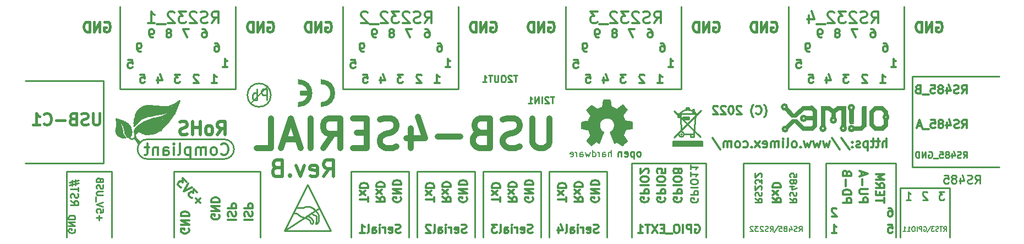
<source format=gbr>
%TF.GenerationSoftware,KiCad,Pcbnew,5.1.6-c6e7f7d~87~ubuntu18.04.1*%
%TF.CreationDate,2022-06-17T15:59:17+03:00*%
%TF.ProjectId,USB-4SERIAL_Rev_B,5553422d-3453-4455-9249-414c5f526576,B*%
%TF.SameCoordinates,Original*%
%TF.FileFunction,Legend,Bot*%
%TF.FilePolarity,Positive*%
%FSLAX46Y46*%
G04 Gerber Fmt 4.6, Leading zero omitted, Abs format (unit mm)*
G04 Created by KiCad (PCBNEW 5.1.6-c6e7f7d~87~ubuntu18.04.1) date 2022-06-17 15:59:17*
%MOMM*%
%LPD*%
G01*
G04 APERTURE LIST*
%ADD10C,0.254000*%
%ADD11C,0.177800*%
%ADD12C,0.304800*%
%ADD13C,0.381000*%
%ADD14C,0.203200*%
%ADD15C,0.285750*%
%ADD16C,0.444500*%
%ADD17C,0.241300*%
%ADD18C,0.317500*%
%ADD19C,0.508000*%
%ADD20C,0.889000*%
%ADD21C,0.127000*%
%ADD22C,0.150000*%
%ADD23C,0.200000*%
%ADD24C,1.000000*%
%ADD25C,0.370000*%
%ADD26C,0.380000*%
%ADD27C,0.400000*%
%ADD28C,0.420000*%
%ADD29C,0.100000*%
%ADD30C,0.700000*%
%ADD31C,0.500000*%
%ADD32C,0.300000*%
%ADD33C,0.350000*%
%ADD34C,0.180000*%
G04 APERTURE END LIST*
D10*
X211727142Y-88204523D02*
X212452857Y-88204523D01*
X212090000Y-88204523D02*
X212090000Y-86934523D01*
X212210952Y-87115952D01*
X212331904Y-87236904D01*
X212452857Y-87297380D01*
X214992857Y-87055476D02*
X214932380Y-86995000D01*
X214811428Y-86934523D01*
X214509047Y-86934523D01*
X214388095Y-86995000D01*
X214327619Y-87055476D01*
X214267142Y-87176428D01*
X214267142Y-87297380D01*
X214327619Y-87478809D01*
X215053333Y-88204523D01*
X214267142Y-88204523D01*
X217593333Y-86934523D02*
X216807142Y-86934523D01*
X217230476Y-87418333D01*
X217049047Y-87418333D01*
X216928095Y-87478809D01*
X216867619Y-87539285D01*
X216807142Y-87660238D01*
X216807142Y-87962619D01*
X216867619Y-88083571D01*
X216928095Y-88144047D01*
X217049047Y-88204523D01*
X217411904Y-88204523D01*
X217532857Y-88144047D01*
X217593333Y-88083571D01*
D11*
X217525600Y-93031733D02*
X217762666Y-92693066D01*
X217932000Y-93031733D02*
X217932000Y-92320533D01*
X217661066Y-92320533D01*
X217593333Y-92354400D01*
X217559466Y-92388266D01*
X217525600Y-92456000D01*
X217525600Y-92557600D01*
X217559466Y-92625333D01*
X217593333Y-92659200D01*
X217661066Y-92693066D01*
X217932000Y-92693066D01*
X217322400Y-92320533D02*
X216916000Y-92320533D01*
X217119200Y-93031733D02*
X217119200Y-92320533D01*
X216712800Y-92997866D02*
X216611200Y-93031733D01*
X216441866Y-93031733D01*
X216374133Y-92997866D01*
X216340266Y-92964000D01*
X216306400Y-92896266D01*
X216306400Y-92828533D01*
X216340266Y-92760800D01*
X216374133Y-92726933D01*
X216441866Y-92693066D01*
X216577333Y-92659200D01*
X216645066Y-92625333D01*
X216678933Y-92591466D01*
X216712800Y-92523733D01*
X216712800Y-92456000D01*
X216678933Y-92388266D01*
X216645066Y-92354400D01*
X216577333Y-92320533D01*
X216408000Y-92320533D01*
X216306400Y-92354400D01*
X216069333Y-92320533D02*
X215629066Y-92320533D01*
X215866133Y-92591466D01*
X215764533Y-92591466D01*
X215696800Y-92625333D01*
X215662933Y-92659200D01*
X215629066Y-92726933D01*
X215629066Y-92896266D01*
X215662933Y-92964000D01*
X215696800Y-92997866D01*
X215764533Y-93031733D01*
X215967733Y-93031733D01*
X216035466Y-92997866D01*
X216069333Y-92964000D01*
X215561333Y-92252800D02*
X214951733Y-93167200D01*
X214477600Y-92354400D02*
X214545333Y-92320533D01*
X214646933Y-92320533D01*
X214748533Y-92354400D01*
X214816266Y-92422133D01*
X214850133Y-92489866D01*
X214884000Y-92625333D01*
X214884000Y-92726933D01*
X214850133Y-92862400D01*
X214816266Y-92930133D01*
X214748533Y-92997866D01*
X214646933Y-93031733D01*
X214579200Y-93031733D01*
X214477600Y-92997866D01*
X214443733Y-92964000D01*
X214443733Y-92726933D01*
X214579200Y-92726933D01*
X214138933Y-93031733D02*
X214138933Y-92320533D01*
X213868000Y-92320533D01*
X213800266Y-92354400D01*
X213766400Y-92388266D01*
X213732533Y-92456000D01*
X213732533Y-92557600D01*
X213766400Y-92625333D01*
X213800266Y-92659200D01*
X213868000Y-92693066D01*
X214138933Y-92693066D01*
X213427733Y-93031733D02*
X213427733Y-92320533D01*
X212953600Y-92320533D02*
X212818133Y-92320533D01*
X212750400Y-92354400D01*
X212682666Y-92422133D01*
X212648800Y-92557600D01*
X212648800Y-92794666D01*
X212682666Y-92930133D01*
X212750400Y-92997866D01*
X212818133Y-93031733D01*
X212953600Y-93031733D01*
X213021333Y-92997866D01*
X213089066Y-92930133D01*
X213122933Y-92794666D01*
X213122933Y-92557600D01*
X213089066Y-92422133D01*
X213021333Y-92354400D01*
X212953600Y-92320533D01*
X211971466Y-93031733D02*
X212377866Y-93031733D01*
X212174666Y-93031733D02*
X212174666Y-92320533D01*
X212242400Y-92422133D01*
X212310133Y-92489866D01*
X212377866Y-92523733D01*
X211294133Y-93031733D02*
X211700533Y-93031733D01*
X211497333Y-93031733D02*
X211497333Y-92320533D01*
X211565066Y-92422133D01*
X211632800Y-92489866D01*
X211700533Y-92523733D01*
D10*
X210820000Y-86360000D02*
X218440000Y-86360000D01*
X218440000Y-86360000D02*
X218440000Y-93980000D01*
X210820000Y-86360000D02*
X210820000Y-93980000D01*
X193850380Y-87980761D02*
X194334190Y-88319428D01*
X193850380Y-88561333D02*
X194866380Y-88561333D01*
X194866380Y-88174285D01*
X194818000Y-88077523D01*
X194769619Y-88029142D01*
X194672857Y-87980761D01*
X194527714Y-87980761D01*
X194430952Y-88029142D01*
X194382571Y-88077523D01*
X194334190Y-88174285D01*
X194334190Y-88561333D01*
X193898761Y-87593714D02*
X193850380Y-87448571D01*
X193850380Y-87206666D01*
X193898761Y-87109904D01*
X193947142Y-87061523D01*
X194043904Y-87013142D01*
X194140666Y-87013142D01*
X194237428Y-87061523D01*
X194285809Y-87109904D01*
X194334190Y-87206666D01*
X194382571Y-87400190D01*
X194430952Y-87496952D01*
X194479333Y-87545333D01*
X194576095Y-87593714D01*
X194672857Y-87593714D01*
X194769619Y-87545333D01*
X194818000Y-87496952D01*
X194866380Y-87400190D01*
X194866380Y-87158285D01*
X194818000Y-87013142D01*
X194527714Y-86142285D02*
X193850380Y-86142285D01*
X194914761Y-86384190D02*
X194189047Y-86626095D01*
X194189047Y-85997142D01*
X194430952Y-85464952D02*
X194479333Y-85561714D01*
X194527714Y-85610095D01*
X194624476Y-85658476D01*
X194672857Y-85658476D01*
X194769619Y-85610095D01*
X194818000Y-85561714D01*
X194866380Y-85464952D01*
X194866380Y-85271428D01*
X194818000Y-85174666D01*
X194769619Y-85126285D01*
X194672857Y-85077904D01*
X194624476Y-85077904D01*
X194527714Y-85126285D01*
X194479333Y-85174666D01*
X194430952Y-85271428D01*
X194430952Y-85464952D01*
X194382571Y-85561714D01*
X194334190Y-85610095D01*
X194237428Y-85658476D01*
X194043904Y-85658476D01*
X193947142Y-85610095D01*
X193898761Y-85561714D01*
X193850380Y-85464952D01*
X193850380Y-85271428D01*
X193898761Y-85174666D01*
X193947142Y-85126285D01*
X194043904Y-85077904D01*
X194237428Y-85077904D01*
X194334190Y-85126285D01*
X194382571Y-85174666D01*
X194430952Y-85271428D01*
X194866380Y-84158666D02*
X194866380Y-84642476D01*
X194382571Y-84690857D01*
X194430952Y-84642476D01*
X194479333Y-84545714D01*
X194479333Y-84303809D01*
X194430952Y-84207047D01*
X194382571Y-84158666D01*
X194285809Y-84110285D01*
X194043904Y-84110285D01*
X193947142Y-84158666D01*
X193898761Y-84207047D01*
X193850380Y-84303809D01*
X193850380Y-84545714D01*
X193898761Y-84642476D01*
X193947142Y-84690857D01*
X169545000Y-93980000D02*
X169545000Y-82550000D01*
X169545000Y-82550000D02*
X180975000Y-82550000D01*
X180975000Y-82550000D02*
X180975000Y-93980000D01*
D12*
X174625000Y-87853761D02*
X174685476Y-87974714D01*
X174685476Y-88156142D01*
X174625000Y-88337571D01*
X174504047Y-88458523D01*
X174383095Y-88519000D01*
X174141190Y-88579476D01*
X173959761Y-88579476D01*
X173717857Y-88519000D01*
X173596904Y-88458523D01*
X173475952Y-88337571D01*
X173415476Y-88156142D01*
X173415476Y-88035190D01*
X173475952Y-87853761D01*
X173536428Y-87793285D01*
X173959761Y-87793285D01*
X173959761Y-88035190D01*
X173415476Y-87249000D02*
X174685476Y-87249000D01*
X174685476Y-86765190D01*
X174625000Y-86644238D01*
X174564523Y-86583761D01*
X174443571Y-86523285D01*
X174262142Y-86523285D01*
X174141190Y-86583761D01*
X174080714Y-86644238D01*
X174020238Y-86765190D01*
X174020238Y-87249000D01*
X173415476Y-85979000D02*
X174685476Y-85979000D01*
X174685476Y-85132333D02*
X174685476Y-84890428D01*
X174625000Y-84769476D01*
X174504047Y-84648523D01*
X174262142Y-84588047D01*
X173838809Y-84588047D01*
X173596904Y-84648523D01*
X173475952Y-84769476D01*
X173415476Y-84890428D01*
X173415476Y-85132333D01*
X173475952Y-85253285D01*
X173596904Y-85374238D01*
X173838809Y-85434714D01*
X174262142Y-85434714D01*
X174504047Y-85374238D01*
X174625000Y-85253285D01*
X174685476Y-85132333D01*
X174685476Y-83439000D02*
X174685476Y-84043761D01*
X174080714Y-84104238D01*
X174141190Y-84043761D01*
X174201666Y-83922809D01*
X174201666Y-83620428D01*
X174141190Y-83499476D01*
X174080714Y-83439000D01*
X173959761Y-83378523D01*
X173657380Y-83378523D01*
X173536428Y-83439000D01*
X173475952Y-83499476D01*
X173415476Y-83620428D01*
X173415476Y-83922809D01*
X173475952Y-84043761D01*
X173536428Y-84104238D01*
X179281666Y-92075000D02*
X179402619Y-92014523D01*
X179584047Y-92014523D01*
X179765476Y-92075000D01*
X179886428Y-92195952D01*
X179946904Y-92316904D01*
X180007380Y-92558809D01*
X180007380Y-92740238D01*
X179946904Y-92982142D01*
X179886428Y-93103095D01*
X179765476Y-93224047D01*
X179584047Y-93284523D01*
X179463095Y-93284523D01*
X179281666Y-93224047D01*
X179221190Y-93163571D01*
X179221190Y-92740238D01*
X179463095Y-92740238D01*
X178676904Y-93284523D02*
X178676904Y-92014523D01*
X178193095Y-92014523D01*
X178072142Y-92075000D01*
X178011666Y-92135476D01*
X177951190Y-92256428D01*
X177951190Y-92437857D01*
X178011666Y-92558809D01*
X178072142Y-92619285D01*
X178193095Y-92679761D01*
X178676904Y-92679761D01*
X177406904Y-93284523D02*
X177406904Y-92014523D01*
X176560238Y-92014523D02*
X176318333Y-92014523D01*
X176197380Y-92075000D01*
X176076428Y-92195952D01*
X176015952Y-92437857D01*
X176015952Y-92861190D01*
X176076428Y-93103095D01*
X176197380Y-93224047D01*
X176318333Y-93284523D01*
X176560238Y-93284523D01*
X176681190Y-93224047D01*
X176802142Y-93103095D01*
X176862619Y-92861190D01*
X176862619Y-92437857D01*
X176802142Y-92195952D01*
X176681190Y-92075000D01*
X176560238Y-92014523D01*
X175774047Y-93405476D02*
X174806428Y-93405476D01*
X174504047Y-92619285D02*
X174080714Y-92619285D01*
X173899285Y-93284523D02*
X174504047Y-93284523D01*
X174504047Y-92014523D01*
X173899285Y-92014523D01*
X173475952Y-92014523D02*
X172629285Y-93284523D01*
X172629285Y-92014523D02*
X173475952Y-93284523D01*
X172326904Y-92014523D02*
X171601190Y-92014523D01*
X171964047Y-93284523D02*
X171964047Y-92014523D01*
X170512619Y-93284523D02*
X171238333Y-93284523D01*
X170875476Y-93284523D02*
X170875476Y-92014523D01*
X170996428Y-92195952D01*
X171117380Y-92316904D01*
X171238333Y-92377380D01*
D10*
X179641500Y-87956571D02*
X179695928Y-88065428D01*
X179695928Y-88228714D01*
X179641500Y-88392000D01*
X179532642Y-88500857D01*
X179423785Y-88555285D01*
X179206071Y-88609714D01*
X179042785Y-88609714D01*
X178825071Y-88555285D01*
X178716214Y-88500857D01*
X178607357Y-88392000D01*
X178552928Y-88228714D01*
X178552928Y-88119857D01*
X178607357Y-87956571D01*
X178661785Y-87902142D01*
X179042785Y-87902142D01*
X179042785Y-88119857D01*
X178552928Y-87412285D02*
X179695928Y-87412285D01*
X179695928Y-86976857D01*
X179641500Y-86868000D01*
X179587071Y-86813571D01*
X179478214Y-86759142D01*
X179314928Y-86759142D01*
X179206071Y-86813571D01*
X179151642Y-86868000D01*
X179097214Y-86976857D01*
X179097214Y-87412285D01*
X178552928Y-86269285D02*
X179695928Y-86269285D01*
X179695928Y-85507285D02*
X179695928Y-85289571D01*
X179641500Y-85180714D01*
X179532642Y-85071857D01*
X179314928Y-85017428D01*
X178933928Y-85017428D01*
X178716214Y-85071857D01*
X178607357Y-85180714D01*
X178552928Y-85289571D01*
X178552928Y-85507285D01*
X178607357Y-85616142D01*
X178716214Y-85725000D01*
X178933928Y-85779428D01*
X179314928Y-85779428D01*
X179532642Y-85725000D01*
X179641500Y-85616142D01*
X179695928Y-85507285D01*
X178552928Y-83928857D02*
X178552928Y-84582000D01*
X178552928Y-84255428D02*
X179695928Y-84255428D01*
X179532642Y-84364285D01*
X179423785Y-84473142D01*
X179369357Y-84582000D01*
X178552928Y-82840285D02*
X178552928Y-83493428D01*
X178552928Y-83166857D02*
X179695928Y-83166857D01*
X179532642Y-83275714D01*
X179423785Y-83384571D01*
X179369357Y-83493428D01*
D12*
X172085000Y-87853761D02*
X172145476Y-87974714D01*
X172145476Y-88156142D01*
X172085000Y-88337571D01*
X171964047Y-88458523D01*
X171843095Y-88519000D01*
X171601190Y-88579476D01*
X171419761Y-88579476D01*
X171177857Y-88519000D01*
X171056904Y-88458523D01*
X170935952Y-88337571D01*
X170875476Y-88156142D01*
X170875476Y-88035190D01*
X170935952Y-87853761D01*
X170996428Y-87793285D01*
X171419761Y-87793285D01*
X171419761Y-88035190D01*
X170875476Y-87249000D02*
X172145476Y-87249000D01*
X172145476Y-86765190D01*
X172085000Y-86644238D01*
X172024523Y-86583761D01*
X171903571Y-86523285D01*
X171722142Y-86523285D01*
X171601190Y-86583761D01*
X171540714Y-86644238D01*
X171480238Y-86765190D01*
X171480238Y-87249000D01*
X170875476Y-85979000D02*
X172145476Y-85979000D01*
X172145476Y-85132333D02*
X172145476Y-84890428D01*
X172085000Y-84769476D01*
X171964047Y-84648523D01*
X171722142Y-84588047D01*
X171298809Y-84588047D01*
X171056904Y-84648523D01*
X170935952Y-84769476D01*
X170875476Y-84890428D01*
X170875476Y-85132333D01*
X170935952Y-85253285D01*
X171056904Y-85374238D01*
X171298809Y-85434714D01*
X171722142Y-85434714D01*
X171964047Y-85374238D01*
X172085000Y-85253285D01*
X172145476Y-85132333D01*
X172024523Y-84104238D02*
X172085000Y-84043761D01*
X172145476Y-83922809D01*
X172145476Y-83620428D01*
X172085000Y-83499476D01*
X172024523Y-83439000D01*
X171903571Y-83378523D01*
X171782619Y-83378523D01*
X171601190Y-83439000D01*
X170875476Y-84164714D01*
X170875476Y-83378523D01*
X177165000Y-87853761D02*
X177225476Y-87974714D01*
X177225476Y-88156142D01*
X177165000Y-88337571D01*
X177044047Y-88458523D01*
X176923095Y-88519000D01*
X176681190Y-88579476D01*
X176499761Y-88579476D01*
X176257857Y-88519000D01*
X176136904Y-88458523D01*
X176015952Y-88337571D01*
X175955476Y-88156142D01*
X175955476Y-88035190D01*
X176015952Y-87853761D01*
X176076428Y-87793285D01*
X176499761Y-87793285D01*
X176499761Y-88035190D01*
X175955476Y-87249000D02*
X177225476Y-87249000D01*
X177225476Y-86765190D01*
X177165000Y-86644238D01*
X177104523Y-86583761D01*
X176983571Y-86523285D01*
X176802142Y-86523285D01*
X176681190Y-86583761D01*
X176620714Y-86644238D01*
X176560238Y-86765190D01*
X176560238Y-87249000D01*
X175955476Y-85979000D02*
X177225476Y-85979000D01*
X177225476Y-85132333D02*
X177225476Y-84890428D01*
X177165000Y-84769476D01*
X177044047Y-84648523D01*
X176802142Y-84588047D01*
X176378809Y-84588047D01*
X176136904Y-84648523D01*
X176015952Y-84769476D01*
X175955476Y-84890428D01*
X175955476Y-85132333D01*
X176015952Y-85253285D01*
X176136904Y-85374238D01*
X176378809Y-85434714D01*
X176802142Y-85434714D01*
X177044047Y-85374238D01*
X177165000Y-85253285D01*
X177225476Y-85132333D01*
X176681190Y-83862333D02*
X176741666Y-83983285D01*
X176802142Y-84043761D01*
X176923095Y-84104238D01*
X176983571Y-84104238D01*
X177104523Y-84043761D01*
X177165000Y-83983285D01*
X177225476Y-83862333D01*
X177225476Y-83620428D01*
X177165000Y-83499476D01*
X177104523Y-83439000D01*
X176983571Y-83378523D01*
X176923095Y-83378523D01*
X176802142Y-83439000D01*
X176741666Y-83499476D01*
X176681190Y-83620428D01*
X176681190Y-83862333D01*
X176620714Y-83983285D01*
X176560238Y-84043761D01*
X176439285Y-84104238D01*
X176197380Y-84104238D01*
X176076428Y-84043761D01*
X176015952Y-83983285D01*
X175955476Y-83862333D01*
X175955476Y-83620428D01*
X176015952Y-83499476D01*
X176076428Y-83439000D01*
X176197380Y-83378523D01*
X176439285Y-83378523D01*
X176560238Y-83439000D01*
X176620714Y-83499476D01*
X176681190Y-83620428D01*
D13*
X216426142Y-60833000D02*
X216571285Y-60760428D01*
X216789000Y-60760428D01*
X217006714Y-60833000D01*
X217151857Y-60978142D01*
X217224428Y-61123285D01*
X217297000Y-61413571D01*
X217297000Y-61631285D01*
X217224428Y-61921571D01*
X217151857Y-62066714D01*
X217006714Y-62211857D01*
X216789000Y-62284428D01*
X216643857Y-62284428D01*
X216426142Y-62211857D01*
X216353571Y-62139285D01*
X216353571Y-61631285D01*
X216643857Y-61631285D01*
X215700428Y-62284428D02*
X215700428Y-60760428D01*
X214829571Y-62284428D01*
X214829571Y-60760428D01*
X214103857Y-62284428D02*
X214103857Y-60760428D01*
X213741000Y-60760428D01*
X213523285Y-60833000D01*
X213378142Y-60978142D01*
X213305571Y-61123285D01*
X213233000Y-61413571D01*
X213233000Y-61631285D01*
X213305571Y-61921571D01*
X213378142Y-62066714D01*
X213523285Y-62211857D01*
X213741000Y-62284428D01*
X214103857Y-62284428D01*
X191026142Y-60833000D02*
X191171285Y-60760428D01*
X191389000Y-60760428D01*
X191606714Y-60833000D01*
X191751857Y-60978142D01*
X191824428Y-61123285D01*
X191897000Y-61413571D01*
X191897000Y-61631285D01*
X191824428Y-61921571D01*
X191751857Y-62066714D01*
X191606714Y-62211857D01*
X191389000Y-62284428D01*
X191243857Y-62284428D01*
X191026142Y-62211857D01*
X190953571Y-62139285D01*
X190953571Y-61631285D01*
X191243857Y-61631285D01*
X190300428Y-62284428D02*
X190300428Y-60760428D01*
X189429571Y-62284428D01*
X189429571Y-60760428D01*
X188703857Y-62284428D02*
X188703857Y-60760428D01*
X188341000Y-60760428D01*
X188123285Y-60833000D01*
X187978142Y-60978142D01*
X187905571Y-61123285D01*
X187833000Y-61413571D01*
X187833000Y-61631285D01*
X187905571Y-61921571D01*
X187978142Y-62066714D01*
X188123285Y-62211857D01*
X188341000Y-62284428D01*
X188703857Y-62284428D01*
X182136142Y-60833000D02*
X182281285Y-60760428D01*
X182499000Y-60760428D01*
X182716714Y-60833000D01*
X182861857Y-60978142D01*
X182934428Y-61123285D01*
X183007000Y-61413571D01*
X183007000Y-61631285D01*
X182934428Y-61921571D01*
X182861857Y-62066714D01*
X182716714Y-62211857D01*
X182499000Y-62284428D01*
X182353857Y-62284428D01*
X182136142Y-62211857D01*
X182063571Y-62139285D01*
X182063571Y-61631285D01*
X182353857Y-61631285D01*
X181410428Y-62284428D02*
X181410428Y-60760428D01*
X180539571Y-62284428D01*
X180539571Y-60760428D01*
X179813857Y-62284428D02*
X179813857Y-60760428D01*
X179451000Y-60760428D01*
X179233285Y-60833000D01*
X179088142Y-60978142D01*
X179015571Y-61123285D01*
X178943000Y-61413571D01*
X178943000Y-61631285D01*
X179015571Y-61921571D01*
X179088142Y-62066714D01*
X179233285Y-62211857D01*
X179451000Y-62284428D01*
X179813857Y-62284428D01*
X156736142Y-60833000D02*
X156881285Y-60760428D01*
X157099000Y-60760428D01*
X157316714Y-60833000D01*
X157461857Y-60978142D01*
X157534428Y-61123285D01*
X157607000Y-61413571D01*
X157607000Y-61631285D01*
X157534428Y-61921571D01*
X157461857Y-62066714D01*
X157316714Y-62211857D01*
X157099000Y-62284428D01*
X156953857Y-62284428D01*
X156736142Y-62211857D01*
X156663571Y-62139285D01*
X156663571Y-61631285D01*
X156953857Y-61631285D01*
X156010428Y-62284428D02*
X156010428Y-60760428D01*
X155139571Y-62284428D01*
X155139571Y-60760428D01*
X154413857Y-62284428D02*
X154413857Y-60760428D01*
X154051000Y-60760428D01*
X153833285Y-60833000D01*
X153688142Y-60978142D01*
X153615571Y-61123285D01*
X153543000Y-61413571D01*
X153543000Y-61631285D01*
X153615571Y-61921571D01*
X153688142Y-62066714D01*
X153833285Y-62211857D01*
X154051000Y-62284428D01*
X154413857Y-62284428D01*
X147846142Y-60833000D02*
X147991285Y-60760428D01*
X148209000Y-60760428D01*
X148426714Y-60833000D01*
X148571857Y-60978142D01*
X148644428Y-61123285D01*
X148717000Y-61413571D01*
X148717000Y-61631285D01*
X148644428Y-61921571D01*
X148571857Y-62066714D01*
X148426714Y-62211857D01*
X148209000Y-62284428D01*
X148063857Y-62284428D01*
X147846142Y-62211857D01*
X147773571Y-62139285D01*
X147773571Y-61631285D01*
X148063857Y-61631285D01*
X147120428Y-62284428D02*
X147120428Y-60760428D01*
X146249571Y-62284428D01*
X146249571Y-60760428D01*
X145523857Y-62284428D02*
X145523857Y-60760428D01*
X145161000Y-60760428D01*
X144943285Y-60833000D01*
X144798142Y-60978142D01*
X144725571Y-61123285D01*
X144653000Y-61413571D01*
X144653000Y-61631285D01*
X144725571Y-61921571D01*
X144798142Y-62066714D01*
X144943285Y-62211857D01*
X145161000Y-62284428D01*
X145523857Y-62284428D01*
X122446142Y-60833000D02*
X122591285Y-60760428D01*
X122809000Y-60760428D01*
X123026714Y-60833000D01*
X123171857Y-60978142D01*
X123244428Y-61123285D01*
X123317000Y-61413571D01*
X123317000Y-61631285D01*
X123244428Y-61921571D01*
X123171857Y-62066714D01*
X123026714Y-62211857D01*
X122809000Y-62284428D01*
X122663857Y-62284428D01*
X122446142Y-62211857D01*
X122373571Y-62139285D01*
X122373571Y-61631285D01*
X122663857Y-61631285D01*
X121720428Y-62284428D02*
X121720428Y-60760428D01*
X120849571Y-62284428D01*
X120849571Y-60760428D01*
X120123857Y-62284428D02*
X120123857Y-60760428D01*
X119761000Y-60760428D01*
X119543285Y-60833000D01*
X119398142Y-60978142D01*
X119325571Y-61123285D01*
X119253000Y-61413571D01*
X119253000Y-61631285D01*
X119325571Y-61921571D01*
X119398142Y-62066714D01*
X119543285Y-62211857D01*
X119761000Y-62284428D01*
X120123857Y-62284428D01*
X113556142Y-60833000D02*
X113701285Y-60760428D01*
X113919000Y-60760428D01*
X114136714Y-60833000D01*
X114281857Y-60978142D01*
X114354428Y-61123285D01*
X114427000Y-61413571D01*
X114427000Y-61631285D01*
X114354428Y-61921571D01*
X114281857Y-62066714D01*
X114136714Y-62211857D01*
X113919000Y-62284428D01*
X113773857Y-62284428D01*
X113556142Y-62211857D01*
X113483571Y-62139285D01*
X113483571Y-61631285D01*
X113773857Y-61631285D01*
X112830428Y-62284428D02*
X112830428Y-60760428D01*
X111959571Y-62284428D01*
X111959571Y-60760428D01*
X111233857Y-62284428D02*
X111233857Y-60760428D01*
X110871000Y-60760428D01*
X110653285Y-60833000D01*
X110508142Y-60978142D01*
X110435571Y-61123285D01*
X110363000Y-61413571D01*
X110363000Y-61631285D01*
X110435571Y-61921571D01*
X110508142Y-62066714D01*
X110653285Y-62211857D01*
X110871000Y-62284428D01*
X111233857Y-62284428D01*
X88410142Y-60833000D02*
X88555285Y-60760428D01*
X88773000Y-60760428D01*
X88990714Y-60833000D01*
X89135857Y-60978142D01*
X89208428Y-61123285D01*
X89281000Y-61413571D01*
X89281000Y-61631285D01*
X89208428Y-61921571D01*
X89135857Y-62066714D01*
X88990714Y-62211857D01*
X88773000Y-62284428D01*
X88627857Y-62284428D01*
X88410142Y-62211857D01*
X88337571Y-62139285D01*
X88337571Y-61631285D01*
X88627857Y-61631285D01*
X87684428Y-62284428D02*
X87684428Y-60760428D01*
X86813571Y-62284428D01*
X86813571Y-60760428D01*
X86087857Y-62284428D02*
X86087857Y-60760428D01*
X85725000Y-60760428D01*
X85507285Y-60833000D01*
X85362142Y-60978142D01*
X85289571Y-61123285D01*
X85217000Y-61413571D01*
X85217000Y-61631285D01*
X85289571Y-61921571D01*
X85362142Y-62066714D01*
X85507285Y-62211857D01*
X85725000Y-62284428D01*
X86087857Y-62284428D01*
D10*
X157607000Y-72341619D02*
X157026428Y-72341619D01*
X157316714Y-73357619D02*
X157316714Y-72341619D01*
X156736142Y-72438380D02*
X156687761Y-72390000D01*
X156591000Y-72341619D01*
X156349095Y-72341619D01*
X156252333Y-72390000D01*
X156203952Y-72438380D01*
X156155571Y-72535142D01*
X156155571Y-72631904D01*
X156203952Y-72777047D01*
X156784523Y-73357619D01*
X156155571Y-73357619D01*
X155720142Y-73357619D02*
X155720142Y-72341619D01*
X155236333Y-73357619D02*
X155236333Y-72341619D01*
X154655761Y-73357619D01*
X154655761Y-72341619D01*
X153639761Y-73357619D02*
X154220333Y-73357619D01*
X153930047Y-73357619D02*
X153930047Y-72341619D01*
X154026809Y-72486761D01*
X154123571Y-72583523D01*
X154220333Y-72631904D01*
X151934333Y-69039619D02*
X151353761Y-69039619D01*
X151644047Y-70055619D02*
X151644047Y-69039619D01*
X151063476Y-69136380D02*
X151015095Y-69088000D01*
X150918333Y-69039619D01*
X150676428Y-69039619D01*
X150579666Y-69088000D01*
X150531285Y-69136380D01*
X150482904Y-69233142D01*
X150482904Y-69329904D01*
X150531285Y-69475047D01*
X151111857Y-70055619D01*
X150482904Y-70055619D01*
X149853952Y-69039619D02*
X149660428Y-69039619D01*
X149563666Y-69088000D01*
X149466904Y-69184761D01*
X149418523Y-69378285D01*
X149418523Y-69716952D01*
X149466904Y-69910476D01*
X149563666Y-70007238D01*
X149660428Y-70055619D01*
X149853952Y-70055619D01*
X149950714Y-70007238D01*
X150047476Y-69910476D01*
X150095857Y-69716952D01*
X150095857Y-69378285D01*
X150047476Y-69184761D01*
X149950714Y-69088000D01*
X149853952Y-69039619D01*
X148983095Y-69039619D02*
X148983095Y-69862095D01*
X148934714Y-69958857D01*
X148886333Y-70007238D01*
X148789571Y-70055619D01*
X148596047Y-70055619D01*
X148499285Y-70007238D01*
X148450904Y-69958857D01*
X148402523Y-69862095D01*
X148402523Y-69039619D01*
X148063857Y-69039619D02*
X147483285Y-69039619D01*
X147773571Y-70055619D02*
X147773571Y-69039619D01*
X146612428Y-70055619D02*
X147193000Y-70055619D01*
X146902714Y-70055619D02*
X146902714Y-69039619D01*
X146999476Y-69184761D01*
X147096238Y-69281523D01*
X147193000Y-69329904D01*
X222370952Y-85664523D02*
X222794285Y-85059761D01*
X223096666Y-85664523D02*
X223096666Y-84394523D01*
X222612857Y-84394523D01*
X222491904Y-84455000D01*
X222431428Y-84515476D01*
X222370952Y-84636428D01*
X222370952Y-84817857D01*
X222431428Y-84938809D01*
X222491904Y-84999285D01*
X222612857Y-85059761D01*
X223096666Y-85059761D01*
X221887142Y-85604047D02*
X221705714Y-85664523D01*
X221403333Y-85664523D01*
X221282380Y-85604047D01*
X221221904Y-85543571D01*
X221161428Y-85422619D01*
X221161428Y-85301666D01*
X221221904Y-85180714D01*
X221282380Y-85120238D01*
X221403333Y-85059761D01*
X221645238Y-84999285D01*
X221766190Y-84938809D01*
X221826666Y-84878333D01*
X221887142Y-84757380D01*
X221887142Y-84636428D01*
X221826666Y-84515476D01*
X221766190Y-84455000D01*
X221645238Y-84394523D01*
X221342857Y-84394523D01*
X221161428Y-84455000D01*
X220072857Y-84817857D02*
X220072857Y-85664523D01*
X220375238Y-84334047D02*
X220677619Y-85241190D01*
X219891428Y-85241190D01*
X219226190Y-84938809D02*
X219347142Y-84878333D01*
X219407619Y-84817857D01*
X219468095Y-84696904D01*
X219468095Y-84636428D01*
X219407619Y-84515476D01*
X219347142Y-84455000D01*
X219226190Y-84394523D01*
X218984285Y-84394523D01*
X218863333Y-84455000D01*
X218802857Y-84515476D01*
X218742380Y-84636428D01*
X218742380Y-84696904D01*
X218802857Y-84817857D01*
X218863333Y-84878333D01*
X218984285Y-84938809D01*
X219226190Y-84938809D01*
X219347142Y-84999285D01*
X219407619Y-85059761D01*
X219468095Y-85180714D01*
X219468095Y-85422619D01*
X219407619Y-85543571D01*
X219347142Y-85604047D01*
X219226190Y-85664523D01*
X218984285Y-85664523D01*
X218863333Y-85604047D01*
X218802857Y-85543571D01*
X218742380Y-85422619D01*
X218742380Y-85180714D01*
X218802857Y-85059761D01*
X218863333Y-84999285D01*
X218984285Y-84938809D01*
X217593333Y-84394523D02*
X218198095Y-84394523D01*
X218258571Y-84999285D01*
X218198095Y-84938809D01*
X218077142Y-84878333D01*
X217774761Y-84878333D01*
X217653809Y-84938809D01*
X217593333Y-84999285D01*
X217532857Y-85120238D01*
X217532857Y-85422619D01*
X217593333Y-85543571D01*
X217653809Y-85604047D01*
X217774761Y-85664523D01*
X218077142Y-85664523D01*
X218198095Y-85604047D01*
X218258571Y-85543571D01*
X212725000Y-83185000D02*
X226060000Y-83185000D01*
X212725000Y-69215000D02*
X212725000Y-83185000D01*
X226060000Y-69215000D02*
X212725000Y-69215000D01*
D14*
X195292133Y-93077695D02*
X195563066Y-92690647D01*
X195756590Y-93077695D02*
X195756590Y-92264895D01*
X195446952Y-92264895D01*
X195369542Y-92303600D01*
X195330838Y-92342304D01*
X195292133Y-92419714D01*
X195292133Y-92535828D01*
X195330838Y-92613238D01*
X195369542Y-92651942D01*
X195446952Y-92690647D01*
X195756590Y-92690647D01*
X194982495Y-93038990D02*
X194866380Y-93077695D01*
X194672857Y-93077695D01*
X194595447Y-93038990D01*
X194556742Y-93000285D01*
X194518038Y-92922876D01*
X194518038Y-92845466D01*
X194556742Y-92768057D01*
X194595447Y-92729352D01*
X194672857Y-92690647D01*
X194827676Y-92651942D01*
X194905085Y-92613238D01*
X194943790Y-92574533D01*
X194982495Y-92497123D01*
X194982495Y-92419714D01*
X194943790Y-92342304D01*
X194905085Y-92303600D01*
X194827676Y-92264895D01*
X194634152Y-92264895D01*
X194518038Y-92303600D01*
X193821352Y-92535828D02*
X193821352Y-93077695D01*
X194014876Y-92226190D02*
X194208400Y-92806761D01*
X193705238Y-92806761D01*
X193279485Y-92613238D02*
X193356895Y-92574533D01*
X193395600Y-92535828D01*
X193434304Y-92458419D01*
X193434304Y-92419714D01*
X193395600Y-92342304D01*
X193356895Y-92303600D01*
X193279485Y-92264895D01*
X193124666Y-92264895D01*
X193047257Y-92303600D01*
X193008552Y-92342304D01*
X192969847Y-92419714D01*
X192969847Y-92458419D01*
X193008552Y-92535828D01*
X193047257Y-92574533D01*
X193124666Y-92613238D01*
X193279485Y-92613238D01*
X193356895Y-92651942D01*
X193395600Y-92690647D01*
X193434304Y-92768057D01*
X193434304Y-92922876D01*
X193395600Y-93000285D01*
X193356895Y-93038990D01*
X193279485Y-93077695D01*
X193124666Y-93077695D01*
X193047257Y-93038990D01*
X193008552Y-93000285D01*
X192969847Y-92922876D01*
X192969847Y-92768057D01*
X193008552Y-92690647D01*
X193047257Y-92651942D01*
X193124666Y-92613238D01*
X192234457Y-92264895D02*
X192621504Y-92264895D01*
X192660209Y-92651942D01*
X192621504Y-92613238D01*
X192544095Y-92574533D01*
X192350571Y-92574533D01*
X192273161Y-92613238D01*
X192234457Y-92651942D01*
X192195752Y-92729352D01*
X192195752Y-92922876D01*
X192234457Y-93000285D01*
X192273161Y-93038990D01*
X192350571Y-93077695D01*
X192544095Y-93077695D01*
X192621504Y-93038990D01*
X192660209Y-93000285D01*
X192118342Y-92187485D02*
X191421657Y-93232514D01*
X190841085Y-93077695D02*
X191112019Y-92690647D01*
X191305542Y-93077695D02*
X191305542Y-92264895D01*
X190995904Y-92264895D01*
X190918495Y-92303600D01*
X190879790Y-92342304D01*
X190841085Y-92419714D01*
X190841085Y-92535828D01*
X190879790Y-92613238D01*
X190918495Y-92651942D01*
X190995904Y-92690647D01*
X191305542Y-92690647D01*
X190531447Y-93038990D02*
X190415333Y-93077695D01*
X190221809Y-93077695D01*
X190144400Y-93038990D01*
X190105695Y-93000285D01*
X190066990Y-92922876D01*
X190066990Y-92845466D01*
X190105695Y-92768057D01*
X190144400Y-92729352D01*
X190221809Y-92690647D01*
X190376628Y-92651942D01*
X190454038Y-92613238D01*
X190492742Y-92574533D01*
X190531447Y-92497123D01*
X190531447Y-92419714D01*
X190492742Y-92342304D01*
X190454038Y-92303600D01*
X190376628Y-92264895D01*
X190183104Y-92264895D01*
X190066990Y-92303600D01*
X189757352Y-92342304D02*
X189718647Y-92303600D01*
X189641238Y-92264895D01*
X189447714Y-92264895D01*
X189370304Y-92303600D01*
X189331600Y-92342304D01*
X189292895Y-92419714D01*
X189292895Y-92497123D01*
X189331600Y-92613238D01*
X189796057Y-93077695D01*
X189292895Y-93077695D01*
X189021961Y-92264895D02*
X188518800Y-92264895D01*
X188789733Y-92574533D01*
X188673619Y-92574533D01*
X188596209Y-92613238D01*
X188557504Y-92651942D01*
X188518800Y-92729352D01*
X188518800Y-92922876D01*
X188557504Y-93000285D01*
X188596209Y-93038990D01*
X188673619Y-93077695D01*
X188905847Y-93077695D01*
X188983257Y-93038990D01*
X189021961Y-93000285D01*
X188209161Y-92342304D02*
X188170457Y-92303600D01*
X188093047Y-92264895D01*
X187899523Y-92264895D01*
X187822114Y-92303600D01*
X187783409Y-92342304D01*
X187744704Y-92419714D01*
X187744704Y-92497123D01*
X187783409Y-92613238D01*
X188247866Y-93077695D01*
X187744704Y-93077695D01*
D12*
X133924523Y-93224047D02*
X133743095Y-93284523D01*
X133440714Y-93284523D01*
X133319761Y-93224047D01*
X133259285Y-93163571D01*
X133198809Y-93042619D01*
X133198809Y-92921666D01*
X133259285Y-92800714D01*
X133319761Y-92740238D01*
X133440714Y-92679761D01*
X133682619Y-92619285D01*
X133803571Y-92558809D01*
X133864047Y-92498333D01*
X133924523Y-92377380D01*
X133924523Y-92256428D01*
X133864047Y-92135476D01*
X133803571Y-92075000D01*
X133682619Y-92014523D01*
X133380238Y-92014523D01*
X133198809Y-92075000D01*
X132170714Y-93224047D02*
X132291666Y-93284523D01*
X132533571Y-93284523D01*
X132654523Y-93224047D01*
X132715000Y-93103095D01*
X132715000Y-92619285D01*
X132654523Y-92498333D01*
X132533571Y-92437857D01*
X132291666Y-92437857D01*
X132170714Y-92498333D01*
X132110238Y-92619285D01*
X132110238Y-92740238D01*
X132715000Y-92861190D01*
X131565952Y-93284523D02*
X131565952Y-92437857D01*
X131565952Y-92679761D02*
X131505476Y-92558809D01*
X131445000Y-92498333D01*
X131324047Y-92437857D01*
X131203095Y-92437857D01*
X130779761Y-93284523D02*
X130779761Y-92437857D01*
X130779761Y-92014523D02*
X130840238Y-92075000D01*
X130779761Y-92135476D01*
X130719285Y-92075000D01*
X130779761Y-92014523D01*
X130779761Y-92135476D01*
X129630714Y-93284523D02*
X129630714Y-92619285D01*
X129691190Y-92498333D01*
X129812142Y-92437857D01*
X130054047Y-92437857D01*
X130175000Y-92498333D01*
X129630714Y-93224047D02*
X129751666Y-93284523D01*
X130054047Y-93284523D01*
X130175000Y-93224047D01*
X130235476Y-93103095D01*
X130235476Y-92982142D01*
X130175000Y-92861190D01*
X130054047Y-92800714D01*
X129751666Y-92800714D01*
X129630714Y-92740238D01*
X128844523Y-93284523D02*
X128965476Y-93224047D01*
X129025952Y-93103095D01*
X129025952Y-92014523D01*
X127695476Y-93284523D02*
X128421190Y-93284523D01*
X128058333Y-93284523D02*
X128058333Y-92014523D01*
X128179285Y-92195952D01*
X128300238Y-92316904D01*
X128421190Y-92377380D01*
X144084523Y-93224047D02*
X143903095Y-93284523D01*
X143600714Y-93284523D01*
X143479761Y-93224047D01*
X143419285Y-93163571D01*
X143358809Y-93042619D01*
X143358809Y-92921666D01*
X143419285Y-92800714D01*
X143479761Y-92740238D01*
X143600714Y-92679761D01*
X143842619Y-92619285D01*
X143963571Y-92558809D01*
X144024047Y-92498333D01*
X144084523Y-92377380D01*
X144084523Y-92256428D01*
X144024047Y-92135476D01*
X143963571Y-92075000D01*
X143842619Y-92014523D01*
X143540238Y-92014523D01*
X143358809Y-92075000D01*
X142330714Y-93224047D02*
X142451666Y-93284523D01*
X142693571Y-93284523D01*
X142814523Y-93224047D01*
X142875000Y-93103095D01*
X142875000Y-92619285D01*
X142814523Y-92498333D01*
X142693571Y-92437857D01*
X142451666Y-92437857D01*
X142330714Y-92498333D01*
X142270238Y-92619285D01*
X142270238Y-92740238D01*
X142875000Y-92861190D01*
X141725952Y-93284523D02*
X141725952Y-92437857D01*
X141725952Y-92679761D02*
X141665476Y-92558809D01*
X141605000Y-92498333D01*
X141484047Y-92437857D01*
X141363095Y-92437857D01*
X140939761Y-93284523D02*
X140939761Y-92437857D01*
X140939761Y-92014523D02*
X141000238Y-92075000D01*
X140939761Y-92135476D01*
X140879285Y-92075000D01*
X140939761Y-92014523D01*
X140939761Y-92135476D01*
X139790714Y-93284523D02*
X139790714Y-92619285D01*
X139851190Y-92498333D01*
X139972142Y-92437857D01*
X140214047Y-92437857D01*
X140335000Y-92498333D01*
X139790714Y-93224047D02*
X139911666Y-93284523D01*
X140214047Y-93284523D01*
X140335000Y-93224047D01*
X140395476Y-93103095D01*
X140395476Y-92982142D01*
X140335000Y-92861190D01*
X140214047Y-92800714D01*
X139911666Y-92800714D01*
X139790714Y-92740238D01*
X139004523Y-93284523D02*
X139125476Y-93224047D01*
X139185952Y-93103095D01*
X139185952Y-92014523D01*
X138581190Y-92135476D02*
X138520714Y-92075000D01*
X138399761Y-92014523D01*
X138097380Y-92014523D01*
X137976428Y-92075000D01*
X137915952Y-92135476D01*
X137855476Y-92256428D01*
X137855476Y-92377380D01*
X137915952Y-92558809D01*
X138641666Y-93284523D01*
X137855476Y-93284523D01*
X154244523Y-93224047D02*
X154063095Y-93284523D01*
X153760714Y-93284523D01*
X153639761Y-93224047D01*
X153579285Y-93163571D01*
X153518809Y-93042619D01*
X153518809Y-92921666D01*
X153579285Y-92800714D01*
X153639761Y-92740238D01*
X153760714Y-92679761D01*
X154002619Y-92619285D01*
X154123571Y-92558809D01*
X154184047Y-92498333D01*
X154244523Y-92377380D01*
X154244523Y-92256428D01*
X154184047Y-92135476D01*
X154123571Y-92075000D01*
X154002619Y-92014523D01*
X153700238Y-92014523D01*
X153518809Y-92075000D01*
X152490714Y-93224047D02*
X152611666Y-93284523D01*
X152853571Y-93284523D01*
X152974523Y-93224047D01*
X153035000Y-93103095D01*
X153035000Y-92619285D01*
X152974523Y-92498333D01*
X152853571Y-92437857D01*
X152611666Y-92437857D01*
X152490714Y-92498333D01*
X152430238Y-92619285D01*
X152430238Y-92740238D01*
X153035000Y-92861190D01*
X151885952Y-93284523D02*
X151885952Y-92437857D01*
X151885952Y-92679761D02*
X151825476Y-92558809D01*
X151765000Y-92498333D01*
X151644047Y-92437857D01*
X151523095Y-92437857D01*
X151099761Y-93284523D02*
X151099761Y-92437857D01*
X151099761Y-92014523D02*
X151160238Y-92075000D01*
X151099761Y-92135476D01*
X151039285Y-92075000D01*
X151099761Y-92014523D01*
X151099761Y-92135476D01*
X149950714Y-93284523D02*
X149950714Y-92619285D01*
X150011190Y-92498333D01*
X150132142Y-92437857D01*
X150374047Y-92437857D01*
X150495000Y-92498333D01*
X149950714Y-93224047D02*
X150071666Y-93284523D01*
X150374047Y-93284523D01*
X150495000Y-93224047D01*
X150555476Y-93103095D01*
X150555476Y-92982142D01*
X150495000Y-92861190D01*
X150374047Y-92800714D01*
X150071666Y-92800714D01*
X149950714Y-92740238D01*
X149164523Y-93284523D02*
X149285476Y-93224047D01*
X149345952Y-93103095D01*
X149345952Y-92014523D01*
X148801666Y-92014523D02*
X148015476Y-92014523D01*
X148438809Y-92498333D01*
X148257380Y-92498333D01*
X148136428Y-92558809D01*
X148075952Y-92619285D01*
X148015476Y-92740238D01*
X148015476Y-93042619D01*
X148075952Y-93163571D01*
X148136428Y-93224047D01*
X148257380Y-93284523D01*
X148620238Y-93284523D01*
X148741190Y-93224047D01*
X148801666Y-93163571D01*
X164404523Y-93224047D02*
X164223095Y-93284523D01*
X163920714Y-93284523D01*
X163799761Y-93224047D01*
X163739285Y-93163571D01*
X163678809Y-93042619D01*
X163678809Y-92921666D01*
X163739285Y-92800714D01*
X163799761Y-92740238D01*
X163920714Y-92679761D01*
X164162619Y-92619285D01*
X164283571Y-92558809D01*
X164344047Y-92498333D01*
X164404523Y-92377380D01*
X164404523Y-92256428D01*
X164344047Y-92135476D01*
X164283571Y-92075000D01*
X164162619Y-92014523D01*
X163860238Y-92014523D01*
X163678809Y-92075000D01*
X162650714Y-93224047D02*
X162771666Y-93284523D01*
X163013571Y-93284523D01*
X163134523Y-93224047D01*
X163195000Y-93103095D01*
X163195000Y-92619285D01*
X163134523Y-92498333D01*
X163013571Y-92437857D01*
X162771666Y-92437857D01*
X162650714Y-92498333D01*
X162590238Y-92619285D01*
X162590238Y-92740238D01*
X163195000Y-92861190D01*
X162045952Y-93284523D02*
X162045952Y-92437857D01*
X162045952Y-92679761D02*
X161985476Y-92558809D01*
X161925000Y-92498333D01*
X161804047Y-92437857D01*
X161683095Y-92437857D01*
X161259761Y-93284523D02*
X161259761Y-92437857D01*
X161259761Y-92014523D02*
X161320238Y-92075000D01*
X161259761Y-92135476D01*
X161199285Y-92075000D01*
X161259761Y-92014523D01*
X161259761Y-92135476D01*
X160110714Y-93284523D02*
X160110714Y-92619285D01*
X160171190Y-92498333D01*
X160292142Y-92437857D01*
X160534047Y-92437857D01*
X160655000Y-92498333D01*
X160110714Y-93224047D02*
X160231666Y-93284523D01*
X160534047Y-93284523D01*
X160655000Y-93224047D01*
X160715476Y-93103095D01*
X160715476Y-92982142D01*
X160655000Y-92861190D01*
X160534047Y-92800714D01*
X160231666Y-92800714D01*
X160110714Y-92740238D01*
X159324523Y-93284523D02*
X159445476Y-93224047D01*
X159505952Y-93103095D01*
X159505952Y-92014523D01*
X158296428Y-92437857D02*
X158296428Y-93284523D01*
X158598809Y-91954047D02*
X158901190Y-92861190D01*
X158115000Y-92861190D01*
D10*
X82550000Y-83820000D02*
X82550000Y-93980000D01*
X89535000Y-83820000D02*
X82550000Y-83820000D01*
X89535000Y-93980000D02*
X89535000Y-83820000D01*
X99060000Y-83820000D02*
X99060000Y-93980000D01*
X112395000Y-83820000D02*
X99060000Y-83820000D01*
X112395000Y-93980000D02*
X112395000Y-83820000D01*
X210185000Y-82550000D02*
X210185000Y-93980000D01*
X199390000Y-82550000D02*
X210185000Y-82550000D01*
X199390000Y-93980000D02*
X199390000Y-82550000D01*
X196850000Y-82550000D02*
X196850000Y-93980000D01*
X186690000Y-82550000D02*
X196850000Y-82550000D01*
X186690000Y-93980000D02*
X186690000Y-82550000D01*
X165735000Y-83820000D02*
X165735000Y-93980000D01*
X156845000Y-83820000D02*
X165735000Y-83820000D01*
X156845000Y-93980000D02*
X156845000Y-83820000D01*
X155575000Y-83820000D02*
X155575000Y-93980000D01*
X146685000Y-83820000D02*
X155575000Y-83820000D01*
X146685000Y-93980000D02*
X146685000Y-83820000D01*
X145415000Y-83820000D02*
X145415000Y-93980000D01*
X136525000Y-83820000D02*
X145415000Y-83820000D01*
X136525000Y-93980000D02*
X136525000Y-83820000D01*
X135255000Y-83820000D02*
X135255000Y-93980000D01*
X126365000Y-83820000D02*
X135255000Y-83820000D01*
X126365000Y-84455000D02*
X126365000Y-83820000D01*
X126365000Y-93980000D02*
X126365000Y-83820000D01*
X193675000Y-71120000D02*
X211455000Y-71120000D01*
X211455000Y-71120000D02*
X211455000Y-58420000D01*
X193675000Y-58420000D02*
X193675000Y-71120000D01*
X159385000Y-71120000D02*
X177165000Y-71120000D01*
X177165000Y-71120000D02*
X177165000Y-58420000D01*
X159385000Y-58420000D02*
X159385000Y-71120000D01*
X125095000Y-58420000D02*
X125095000Y-71120000D01*
X125095000Y-71120000D02*
X142875000Y-71120000D01*
X142875000Y-71120000D02*
X142875000Y-58420000D01*
X108585000Y-71120000D02*
X108585000Y-58420000D01*
X90805000Y-71120000D02*
X108585000Y-71120000D01*
X90805000Y-58420000D02*
X90805000Y-71120000D01*
X88265000Y-82550000D02*
X76200000Y-82550000D01*
X88265000Y-69850000D02*
X88265000Y-82550000D01*
X76200000Y-69850000D02*
X88265000Y-69850000D01*
D12*
X208993619Y-92014523D02*
X209598380Y-92014523D01*
X209658857Y-92619285D01*
X209598380Y-92558809D01*
X209477428Y-92498333D01*
X209175047Y-92498333D01*
X209054095Y-92558809D01*
X208993619Y-92619285D01*
X208933142Y-92740238D01*
X208933142Y-93042619D01*
X208993619Y-93163571D01*
X209054095Y-93224047D01*
X209175047Y-93284523D01*
X209477428Y-93284523D01*
X209598380Y-93224047D01*
X209658857Y-93163571D01*
X209054095Y-89474523D02*
X209296000Y-89474523D01*
X209416952Y-89535000D01*
X209477428Y-89595476D01*
X209598380Y-89776904D01*
X209658857Y-90018809D01*
X209658857Y-90502619D01*
X209598380Y-90623571D01*
X209537904Y-90684047D01*
X209416952Y-90744523D01*
X209175047Y-90744523D01*
X209054095Y-90684047D01*
X208993619Y-90623571D01*
X208933142Y-90502619D01*
X208933142Y-90200238D01*
X208993619Y-90079285D01*
X209054095Y-90018809D01*
X209175047Y-89958333D01*
X209416952Y-89958333D01*
X209537904Y-90018809D01*
X209598380Y-90079285D01*
X209658857Y-90200238D01*
X208340476Y-88658095D02*
X208340476Y-87932380D01*
X207070476Y-88295238D02*
X208340476Y-88295238D01*
X207735714Y-87509047D02*
X207735714Y-87085714D01*
X207070476Y-86904285D02*
X207070476Y-87509047D01*
X208340476Y-87509047D01*
X208340476Y-86904285D01*
X207070476Y-85634285D02*
X207675238Y-86057619D01*
X207070476Y-86360000D02*
X208340476Y-86360000D01*
X208340476Y-85876190D01*
X208280000Y-85755238D01*
X208219523Y-85694761D01*
X208098571Y-85634285D01*
X207917142Y-85634285D01*
X207796190Y-85694761D01*
X207735714Y-85755238D01*
X207675238Y-85876190D01*
X207675238Y-86360000D01*
X207070476Y-85090000D02*
X208340476Y-85090000D01*
X207433333Y-84666666D01*
X208340476Y-84243333D01*
X207070476Y-84243333D01*
X204530476Y-88561333D02*
X205800476Y-88561333D01*
X205800476Y-88077523D01*
X205740000Y-87956571D01*
X205679523Y-87896095D01*
X205558571Y-87835619D01*
X205377142Y-87835619D01*
X205256190Y-87896095D01*
X205195714Y-87956571D01*
X205135238Y-88077523D01*
X205135238Y-88561333D01*
X205800476Y-87291333D02*
X204772380Y-87291333D01*
X204651428Y-87230857D01*
X204590952Y-87170380D01*
X204530476Y-87049428D01*
X204530476Y-86807523D01*
X204590952Y-86686571D01*
X204651428Y-86626095D01*
X204772380Y-86565619D01*
X205800476Y-86565619D01*
X205014285Y-85960857D02*
X205014285Y-84993238D01*
X204893333Y-84448952D02*
X204893333Y-83844190D01*
X204530476Y-84569904D02*
X205800476Y-84146571D01*
X204530476Y-83723238D01*
X201990476Y-88621809D02*
X203260476Y-88621809D01*
X203260476Y-88138000D01*
X203200000Y-88017047D01*
X203139523Y-87956571D01*
X203018571Y-87896095D01*
X202837142Y-87896095D01*
X202716190Y-87956571D01*
X202655714Y-88017047D01*
X202595238Y-88138000D01*
X202595238Y-88621809D01*
X201990476Y-87351809D02*
X203260476Y-87351809D01*
X203260476Y-87049428D01*
X203200000Y-86868000D01*
X203079047Y-86747047D01*
X202958095Y-86686571D01*
X202716190Y-86626095D01*
X202534761Y-86626095D01*
X202292857Y-86686571D01*
X202171904Y-86747047D01*
X202050952Y-86868000D01*
X201990476Y-87049428D01*
X201990476Y-87351809D01*
X202474285Y-86081809D02*
X202474285Y-85114190D01*
X202655714Y-84086095D02*
X202595238Y-83904666D01*
X202534761Y-83844190D01*
X202413809Y-83783714D01*
X202232380Y-83783714D01*
X202111428Y-83844190D01*
X202050952Y-83904666D01*
X201990476Y-84025619D01*
X201990476Y-84509428D01*
X203260476Y-84509428D01*
X203260476Y-84086095D01*
X203200000Y-83965142D01*
X203139523Y-83904666D01*
X203018571Y-83844190D01*
X202897619Y-83844190D01*
X202776666Y-83904666D01*
X202716190Y-83965142D01*
X202655714Y-84086095D01*
X202655714Y-84509428D01*
X201022857Y-89595476D02*
X200962380Y-89535000D01*
X200841428Y-89474523D01*
X200539047Y-89474523D01*
X200418095Y-89535000D01*
X200357619Y-89595476D01*
X200297142Y-89716428D01*
X200297142Y-89837380D01*
X200357619Y-90018809D01*
X201083333Y-90744523D01*
X200297142Y-90744523D01*
X200297142Y-93284523D02*
X201022857Y-93284523D01*
X200660000Y-93284523D02*
X200660000Y-92014523D01*
X200780952Y-92195952D01*
X200901904Y-92316904D01*
X201022857Y-92377380D01*
X191195476Y-87877952D02*
X191800238Y-88301285D01*
X191195476Y-88603666D02*
X192465476Y-88603666D01*
X192465476Y-88119857D01*
X192405000Y-87998904D01*
X192344523Y-87938428D01*
X192223571Y-87877952D01*
X192042142Y-87877952D01*
X191921190Y-87938428D01*
X191860714Y-87998904D01*
X191800238Y-88119857D01*
X191800238Y-88603666D01*
X191195476Y-87454619D02*
X192042142Y-86789380D01*
X192042142Y-87454619D02*
X191195476Y-86789380D01*
X191195476Y-86305571D02*
X192465476Y-86305571D01*
X192465476Y-86003190D01*
X192405000Y-85821761D01*
X192284047Y-85700809D01*
X192163095Y-85640333D01*
X191921190Y-85579857D01*
X191739761Y-85579857D01*
X191497857Y-85640333D01*
X191376904Y-85700809D01*
X191255952Y-85821761D01*
X191195476Y-86003190D01*
X191195476Y-86305571D01*
D10*
X188516380Y-87980761D02*
X189000190Y-88319428D01*
X188516380Y-88561333D02*
X189532380Y-88561333D01*
X189532380Y-88174285D01*
X189484000Y-88077523D01*
X189435619Y-88029142D01*
X189338857Y-87980761D01*
X189193714Y-87980761D01*
X189096952Y-88029142D01*
X189048571Y-88077523D01*
X189000190Y-88174285D01*
X189000190Y-88561333D01*
X188564761Y-87593714D02*
X188516380Y-87448571D01*
X188516380Y-87206666D01*
X188564761Y-87109904D01*
X188613142Y-87061523D01*
X188709904Y-87013142D01*
X188806666Y-87013142D01*
X188903428Y-87061523D01*
X188951809Y-87109904D01*
X189000190Y-87206666D01*
X189048571Y-87400190D01*
X189096952Y-87496952D01*
X189145333Y-87545333D01*
X189242095Y-87593714D01*
X189338857Y-87593714D01*
X189435619Y-87545333D01*
X189484000Y-87496952D01*
X189532380Y-87400190D01*
X189532380Y-87158285D01*
X189484000Y-87013142D01*
X189435619Y-86626095D02*
X189484000Y-86577714D01*
X189532380Y-86480952D01*
X189532380Y-86239047D01*
X189484000Y-86142285D01*
X189435619Y-86093904D01*
X189338857Y-86045523D01*
X189242095Y-86045523D01*
X189096952Y-86093904D01*
X188516380Y-86674476D01*
X188516380Y-86045523D01*
X189532380Y-85706857D02*
X189532380Y-85077904D01*
X189145333Y-85416571D01*
X189145333Y-85271428D01*
X189096952Y-85174666D01*
X189048571Y-85126285D01*
X188951809Y-85077904D01*
X188709904Y-85077904D01*
X188613142Y-85126285D01*
X188564761Y-85174666D01*
X188516380Y-85271428D01*
X188516380Y-85561714D01*
X188564761Y-85658476D01*
X188613142Y-85706857D01*
X189435619Y-84690857D02*
X189484000Y-84642476D01*
X189532380Y-84545714D01*
X189532380Y-84303809D01*
X189484000Y-84207047D01*
X189435619Y-84158666D01*
X189338857Y-84110285D01*
X189242095Y-84110285D01*
X189096952Y-84158666D01*
X188516380Y-84739238D01*
X188516380Y-84110285D01*
D12*
X159445476Y-88506904D02*
X159445476Y-87781190D01*
X158175476Y-88144047D02*
X159445476Y-88144047D01*
X158175476Y-87478809D02*
X159022142Y-86813571D01*
X159022142Y-87478809D02*
X158175476Y-86813571D01*
X158175476Y-86329761D02*
X159445476Y-86329761D01*
X159445476Y-86027380D01*
X159385000Y-85845952D01*
X159264047Y-85725000D01*
X159143095Y-85664523D01*
X158901190Y-85604047D01*
X158719761Y-85604047D01*
X158477857Y-85664523D01*
X158356904Y-85725000D01*
X158235952Y-85845952D01*
X158175476Y-86027380D01*
X158175476Y-86329761D01*
X164465000Y-87835619D02*
X164525476Y-87956571D01*
X164525476Y-88138000D01*
X164465000Y-88319428D01*
X164344047Y-88440380D01*
X164223095Y-88500857D01*
X163981190Y-88561333D01*
X163799761Y-88561333D01*
X163557857Y-88500857D01*
X163436904Y-88440380D01*
X163315952Y-88319428D01*
X163255476Y-88138000D01*
X163255476Y-88017047D01*
X163315952Y-87835619D01*
X163376428Y-87775142D01*
X163799761Y-87775142D01*
X163799761Y-88017047D01*
X163255476Y-87230857D02*
X164525476Y-87230857D01*
X163255476Y-86505142D01*
X164525476Y-86505142D01*
X163255476Y-85900380D02*
X164525476Y-85900380D01*
X164525476Y-85598000D01*
X164465000Y-85416571D01*
X164344047Y-85295619D01*
X164223095Y-85235142D01*
X163981190Y-85174666D01*
X163799761Y-85174666D01*
X163557857Y-85235142D01*
X163436904Y-85295619D01*
X163315952Y-85416571D01*
X163255476Y-85598000D01*
X163255476Y-85900380D01*
X160715476Y-87750952D02*
X161320238Y-88174285D01*
X160715476Y-88476666D02*
X161985476Y-88476666D01*
X161985476Y-87992857D01*
X161925000Y-87871904D01*
X161864523Y-87811428D01*
X161743571Y-87750952D01*
X161562142Y-87750952D01*
X161441190Y-87811428D01*
X161380714Y-87871904D01*
X161320238Y-87992857D01*
X161320238Y-88476666D01*
X160715476Y-87327619D02*
X161562142Y-86662380D01*
X161562142Y-87327619D02*
X160715476Y-86662380D01*
X160715476Y-86178571D02*
X161985476Y-86178571D01*
X161985476Y-85876190D01*
X161925000Y-85694761D01*
X161804047Y-85573809D01*
X161683095Y-85513333D01*
X161441190Y-85452857D01*
X161259761Y-85452857D01*
X161017857Y-85513333D01*
X160896904Y-85573809D01*
X160775952Y-85694761D01*
X160715476Y-85876190D01*
X160715476Y-86178571D01*
X150555476Y-87750952D02*
X151160238Y-88174285D01*
X150555476Y-88476666D02*
X151825476Y-88476666D01*
X151825476Y-87992857D01*
X151765000Y-87871904D01*
X151704523Y-87811428D01*
X151583571Y-87750952D01*
X151402142Y-87750952D01*
X151281190Y-87811428D01*
X151220714Y-87871904D01*
X151160238Y-87992857D01*
X151160238Y-88476666D01*
X150555476Y-87327619D02*
X151402142Y-86662380D01*
X151402142Y-87327619D02*
X150555476Y-86662380D01*
X150555476Y-86178571D02*
X151825476Y-86178571D01*
X151825476Y-85876190D01*
X151765000Y-85694761D01*
X151644047Y-85573809D01*
X151523095Y-85513333D01*
X151281190Y-85452857D01*
X151099761Y-85452857D01*
X150857857Y-85513333D01*
X150736904Y-85573809D01*
X150615952Y-85694761D01*
X150555476Y-85876190D01*
X150555476Y-86178571D01*
X149285476Y-88506904D02*
X149285476Y-87781190D01*
X148015476Y-88144047D02*
X149285476Y-88144047D01*
X148015476Y-87478809D02*
X148862142Y-86813571D01*
X148862142Y-87478809D02*
X148015476Y-86813571D01*
X148015476Y-86329761D02*
X149285476Y-86329761D01*
X149285476Y-86027380D01*
X149225000Y-85845952D01*
X149104047Y-85725000D01*
X148983095Y-85664523D01*
X148741190Y-85604047D01*
X148559761Y-85604047D01*
X148317857Y-85664523D01*
X148196904Y-85725000D01*
X148075952Y-85845952D01*
X148015476Y-86027380D01*
X148015476Y-86329761D01*
X154305000Y-87835619D02*
X154365476Y-87956571D01*
X154365476Y-88138000D01*
X154305000Y-88319428D01*
X154184047Y-88440380D01*
X154063095Y-88500857D01*
X153821190Y-88561333D01*
X153639761Y-88561333D01*
X153397857Y-88500857D01*
X153276904Y-88440380D01*
X153155952Y-88319428D01*
X153095476Y-88138000D01*
X153095476Y-88017047D01*
X153155952Y-87835619D01*
X153216428Y-87775142D01*
X153639761Y-87775142D01*
X153639761Y-88017047D01*
X153095476Y-87230857D02*
X154365476Y-87230857D01*
X153095476Y-86505142D01*
X154365476Y-86505142D01*
X153095476Y-85900380D02*
X154365476Y-85900380D01*
X154365476Y-85598000D01*
X154305000Y-85416571D01*
X154184047Y-85295619D01*
X154063095Y-85235142D01*
X153821190Y-85174666D01*
X153639761Y-85174666D01*
X153397857Y-85235142D01*
X153276904Y-85295619D01*
X153155952Y-85416571D01*
X153095476Y-85598000D01*
X153095476Y-85900380D01*
X144145000Y-87835619D02*
X144205476Y-87956571D01*
X144205476Y-88138000D01*
X144145000Y-88319428D01*
X144024047Y-88440380D01*
X143903095Y-88500857D01*
X143661190Y-88561333D01*
X143479761Y-88561333D01*
X143237857Y-88500857D01*
X143116904Y-88440380D01*
X142995952Y-88319428D01*
X142935476Y-88138000D01*
X142935476Y-88017047D01*
X142995952Y-87835619D01*
X143056428Y-87775142D01*
X143479761Y-87775142D01*
X143479761Y-88017047D01*
X142935476Y-87230857D02*
X144205476Y-87230857D01*
X142935476Y-86505142D01*
X144205476Y-86505142D01*
X142935476Y-85900380D02*
X144205476Y-85900380D01*
X144205476Y-85598000D01*
X144145000Y-85416571D01*
X144024047Y-85295619D01*
X143903095Y-85235142D01*
X143661190Y-85174666D01*
X143479761Y-85174666D01*
X143237857Y-85235142D01*
X143116904Y-85295619D01*
X142995952Y-85416571D01*
X142935476Y-85598000D01*
X142935476Y-85900380D01*
X140395476Y-87750952D02*
X141000238Y-88174285D01*
X140395476Y-88476666D02*
X141665476Y-88476666D01*
X141665476Y-87992857D01*
X141605000Y-87871904D01*
X141544523Y-87811428D01*
X141423571Y-87750952D01*
X141242142Y-87750952D01*
X141121190Y-87811428D01*
X141060714Y-87871904D01*
X141000238Y-87992857D01*
X141000238Y-88476666D01*
X140395476Y-87327619D02*
X141242142Y-86662380D01*
X141242142Y-87327619D02*
X140395476Y-86662380D01*
X140395476Y-86178571D02*
X141665476Y-86178571D01*
X141665476Y-85876190D01*
X141605000Y-85694761D01*
X141484047Y-85573809D01*
X141363095Y-85513333D01*
X141121190Y-85452857D01*
X140939761Y-85452857D01*
X140697857Y-85513333D01*
X140576904Y-85573809D01*
X140455952Y-85694761D01*
X140395476Y-85876190D01*
X140395476Y-86178571D01*
X139125476Y-88506904D02*
X139125476Y-87781190D01*
X137855476Y-88144047D02*
X139125476Y-88144047D01*
X137855476Y-87478809D02*
X138702142Y-86813571D01*
X138702142Y-87478809D02*
X137855476Y-86813571D01*
X137855476Y-86329761D02*
X139125476Y-86329761D01*
X139125476Y-86027380D01*
X139065000Y-85845952D01*
X138944047Y-85725000D01*
X138823095Y-85664523D01*
X138581190Y-85604047D01*
X138399761Y-85604047D01*
X138157857Y-85664523D01*
X138036904Y-85725000D01*
X137915952Y-85845952D01*
X137855476Y-86027380D01*
X137855476Y-86329761D01*
X133985000Y-87835619D02*
X134045476Y-87956571D01*
X134045476Y-88138000D01*
X133985000Y-88319428D01*
X133864047Y-88440380D01*
X133743095Y-88500857D01*
X133501190Y-88561333D01*
X133319761Y-88561333D01*
X133077857Y-88500857D01*
X132956904Y-88440380D01*
X132835952Y-88319428D01*
X132775476Y-88138000D01*
X132775476Y-88017047D01*
X132835952Y-87835619D01*
X132896428Y-87775142D01*
X133319761Y-87775142D01*
X133319761Y-88017047D01*
X132775476Y-87230857D02*
X134045476Y-87230857D01*
X132775476Y-86505142D01*
X134045476Y-86505142D01*
X132775476Y-85900380D02*
X134045476Y-85900380D01*
X134045476Y-85598000D01*
X133985000Y-85416571D01*
X133864047Y-85295619D01*
X133743095Y-85235142D01*
X133501190Y-85174666D01*
X133319761Y-85174666D01*
X133077857Y-85235142D01*
X132956904Y-85295619D01*
X132835952Y-85416571D01*
X132775476Y-85598000D01*
X132775476Y-85900380D01*
X130235476Y-87750952D02*
X130840238Y-88174285D01*
X130235476Y-88476666D02*
X131505476Y-88476666D01*
X131505476Y-87992857D01*
X131445000Y-87871904D01*
X131384523Y-87811428D01*
X131263571Y-87750952D01*
X131082142Y-87750952D01*
X130961190Y-87811428D01*
X130900714Y-87871904D01*
X130840238Y-87992857D01*
X130840238Y-88476666D01*
X130235476Y-87327619D02*
X131082142Y-86662380D01*
X131082142Y-87327619D02*
X130235476Y-86662380D01*
X130235476Y-86178571D02*
X131505476Y-86178571D01*
X131505476Y-85876190D01*
X131445000Y-85694761D01*
X131324047Y-85573809D01*
X131203095Y-85513333D01*
X130961190Y-85452857D01*
X130779761Y-85452857D01*
X130537857Y-85513333D01*
X130416904Y-85573809D01*
X130295952Y-85694761D01*
X130235476Y-85876190D01*
X130235476Y-86178571D01*
X128965476Y-88506904D02*
X128965476Y-87781190D01*
X127695476Y-88144047D02*
X128965476Y-88144047D01*
X127695476Y-87478809D02*
X128542142Y-86813571D01*
X128542142Y-87478809D02*
X127695476Y-86813571D01*
X127695476Y-86329761D02*
X128965476Y-86329761D01*
X128965476Y-86027380D01*
X128905000Y-85845952D01*
X128784047Y-85725000D01*
X128663095Y-85664523D01*
X128421190Y-85604047D01*
X128239761Y-85604047D01*
X127997857Y-85664523D01*
X127876904Y-85725000D01*
X127755952Y-85845952D01*
X127695476Y-86027380D01*
X127695476Y-86329761D01*
X109915476Y-91282761D02*
X111185476Y-91282761D01*
X109975952Y-90738476D02*
X109915476Y-90557047D01*
X109915476Y-90254666D01*
X109975952Y-90133714D01*
X110036428Y-90073238D01*
X110157380Y-90012761D01*
X110278333Y-90012761D01*
X110399285Y-90073238D01*
X110459761Y-90133714D01*
X110520238Y-90254666D01*
X110580714Y-90496571D01*
X110641190Y-90617523D01*
X110701666Y-90678000D01*
X110822619Y-90738476D01*
X110943571Y-90738476D01*
X111064523Y-90678000D01*
X111125000Y-90617523D01*
X111185476Y-90496571D01*
X111185476Y-90194190D01*
X111125000Y-90012761D01*
X109915476Y-89468476D02*
X111185476Y-89468476D01*
X111185476Y-88984666D01*
X111125000Y-88863714D01*
X111064523Y-88803238D01*
X110943571Y-88742761D01*
X110762142Y-88742761D01*
X110641190Y-88803238D01*
X110580714Y-88863714D01*
X110520238Y-88984666D01*
X110520238Y-89468476D01*
X107375476Y-91282761D02*
X108645476Y-91282761D01*
X107435952Y-90738476D02*
X107375476Y-90557047D01*
X107375476Y-90254666D01*
X107435952Y-90133714D01*
X107496428Y-90073238D01*
X107617380Y-90012761D01*
X107738333Y-90012761D01*
X107859285Y-90073238D01*
X107919761Y-90133714D01*
X107980238Y-90254666D01*
X108040714Y-90496571D01*
X108101190Y-90617523D01*
X108161666Y-90678000D01*
X108282619Y-90738476D01*
X108403571Y-90738476D01*
X108524523Y-90678000D01*
X108585000Y-90617523D01*
X108645476Y-90496571D01*
X108645476Y-90194190D01*
X108585000Y-90012761D01*
X107375476Y-89468476D02*
X108645476Y-89468476D01*
X108645476Y-88984666D01*
X108585000Y-88863714D01*
X108524523Y-88803238D01*
X108403571Y-88742761D01*
X108222142Y-88742761D01*
X108101190Y-88803238D01*
X108040714Y-88863714D01*
X107980238Y-88984666D01*
X107980238Y-89468476D01*
X103118090Y-88641380D02*
X102433880Y-87957170D01*
X102433880Y-88641380D02*
X103118090Y-87957170D01*
X102647696Y-87059144D02*
X102091775Y-86503224D01*
X102049012Y-87144670D01*
X101920723Y-87016381D01*
X101792434Y-86973618D01*
X101706907Y-86973618D01*
X101578618Y-87016381D01*
X101364802Y-87230197D01*
X101322039Y-87358486D01*
X101322039Y-87444012D01*
X101364802Y-87572302D01*
X101621381Y-87828880D01*
X101749670Y-87871644D01*
X101835197Y-87871644D01*
X101835197Y-86246645D02*
X100637829Y-86845329D01*
X101236513Y-85647961D01*
X101022697Y-85434145D02*
X100466777Y-84878225D01*
X100424014Y-85519672D01*
X100295724Y-85391382D01*
X100167435Y-85348619D01*
X100081909Y-85348619D01*
X99953619Y-85391382D01*
X99739804Y-85605198D01*
X99697040Y-85733487D01*
X99697040Y-85819014D01*
X99739804Y-85947303D01*
X99996382Y-86203882D01*
X100124672Y-86246645D01*
X100210198Y-86246645D01*
X106045000Y-90502619D02*
X106105476Y-90623571D01*
X106105476Y-90805000D01*
X106045000Y-90986428D01*
X105924047Y-91107380D01*
X105803095Y-91167857D01*
X105561190Y-91228333D01*
X105379761Y-91228333D01*
X105137857Y-91167857D01*
X105016904Y-91107380D01*
X104895952Y-90986428D01*
X104835476Y-90805000D01*
X104835476Y-90684047D01*
X104895952Y-90502619D01*
X104956428Y-90442142D01*
X105379761Y-90442142D01*
X105379761Y-90684047D01*
X104835476Y-89897857D02*
X106105476Y-89897857D01*
X104835476Y-89172142D01*
X106105476Y-89172142D01*
X104835476Y-88567380D02*
X106105476Y-88567380D01*
X106105476Y-88265000D01*
X106045000Y-88083571D01*
X105924047Y-87962619D01*
X105803095Y-87902142D01*
X105561190Y-87841666D01*
X105379761Y-87841666D01*
X105137857Y-87902142D01*
X105016904Y-87962619D01*
X104895952Y-88083571D01*
X104835476Y-88265000D01*
X104835476Y-88567380D01*
X101346000Y-92661619D02*
X101406476Y-92782571D01*
X101406476Y-92964000D01*
X101346000Y-93145428D01*
X101225047Y-93266380D01*
X101104095Y-93326857D01*
X100862190Y-93387333D01*
X100680761Y-93387333D01*
X100438857Y-93326857D01*
X100317904Y-93266380D01*
X100196952Y-93145428D01*
X100136476Y-92964000D01*
X100136476Y-92843047D01*
X100196952Y-92661619D01*
X100257428Y-92601142D01*
X100680761Y-92601142D01*
X100680761Y-92843047D01*
X100136476Y-92056857D02*
X101406476Y-92056857D01*
X100136476Y-91331142D01*
X101406476Y-91331142D01*
X100136476Y-90726380D02*
X101406476Y-90726380D01*
X101406476Y-90424000D01*
X101346000Y-90242571D01*
X101225047Y-90121619D01*
X101104095Y-90061142D01*
X100862190Y-90000666D01*
X100680761Y-90000666D01*
X100438857Y-90061142D01*
X100317904Y-90121619D01*
X100196952Y-90242571D01*
X100136476Y-90424000D01*
X100136476Y-90726380D01*
D10*
X87557428Y-91355333D02*
X87557428Y-90581238D01*
X87170380Y-90968285D02*
X87944476Y-90968285D01*
X88186380Y-89613619D02*
X88186380Y-90097428D01*
X87702571Y-90145809D01*
X87750952Y-90097428D01*
X87799333Y-90000666D01*
X87799333Y-89758761D01*
X87750952Y-89662000D01*
X87702571Y-89613619D01*
X87605809Y-89565238D01*
X87363904Y-89565238D01*
X87267142Y-89613619D01*
X87218761Y-89662000D01*
X87170380Y-89758761D01*
X87170380Y-90000666D01*
X87218761Y-90097428D01*
X87267142Y-90145809D01*
X88186380Y-89274952D02*
X87170380Y-88936285D01*
X88186380Y-88597619D01*
X87073619Y-88500857D02*
X87073619Y-87726761D01*
X88186380Y-87484857D02*
X87363904Y-87484857D01*
X87267142Y-87436476D01*
X87218761Y-87388095D01*
X87170380Y-87291333D01*
X87170380Y-87097809D01*
X87218761Y-87001047D01*
X87267142Y-86952666D01*
X87363904Y-86904285D01*
X88186380Y-86904285D01*
X87218761Y-86468857D02*
X87170380Y-86323714D01*
X87170380Y-86081809D01*
X87218761Y-85985047D01*
X87267142Y-85936666D01*
X87363904Y-85888285D01*
X87460666Y-85888285D01*
X87557428Y-85936666D01*
X87605809Y-85985047D01*
X87654190Y-86081809D01*
X87702571Y-86275333D01*
X87750952Y-86372095D01*
X87799333Y-86420476D01*
X87896095Y-86468857D01*
X87992857Y-86468857D01*
X88089619Y-86420476D01*
X88138000Y-86372095D01*
X88186380Y-86275333D01*
X88186380Y-86033428D01*
X88138000Y-85888285D01*
X87702571Y-85114190D02*
X87654190Y-84969047D01*
X87605809Y-84920666D01*
X87509047Y-84872285D01*
X87363904Y-84872285D01*
X87267142Y-84920666D01*
X87218761Y-84969047D01*
X87170380Y-85065809D01*
X87170380Y-85452857D01*
X88186380Y-85452857D01*
X88186380Y-85114190D01*
X88138000Y-85017428D01*
X88089619Y-84969047D01*
X87992857Y-84920666D01*
X87896095Y-84920666D01*
X87799333Y-84969047D01*
X87750952Y-85017428D01*
X87702571Y-85114190D01*
X87702571Y-85452857D01*
X83820000Y-92722095D02*
X83868380Y-92818857D01*
X83868380Y-92964000D01*
X83820000Y-93109142D01*
X83723238Y-93205904D01*
X83626476Y-93254285D01*
X83432952Y-93302666D01*
X83287809Y-93302666D01*
X83094285Y-93254285D01*
X82997523Y-93205904D01*
X82900761Y-93109142D01*
X82852380Y-92964000D01*
X82852380Y-92867238D01*
X82900761Y-92722095D01*
X82949142Y-92673714D01*
X83287809Y-92673714D01*
X83287809Y-92867238D01*
X82852380Y-92238285D02*
X83868380Y-92238285D01*
X82852380Y-91657714D01*
X83868380Y-91657714D01*
X82852380Y-91173904D02*
X83868380Y-91173904D01*
X83868380Y-90932000D01*
X83820000Y-90786857D01*
X83723238Y-90690095D01*
X83626476Y-90641714D01*
X83432952Y-90593333D01*
X83287809Y-90593333D01*
X83094285Y-90641714D01*
X82997523Y-90690095D01*
X82900761Y-90786857D01*
X82852380Y-90932000D01*
X82852380Y-91173904D01*
D15*
X83175928Y-88319428D02*
X83720214Y-88700428D01*
X83175928Y-88972571D02*
X84318928Y-88972571D01*
X84318928Y-88537142D01*
X84264500Y-88428285D01*
X84210071Y-88373857D01*
X84101214Y-88319428D01*
X83937928Y-88319428D01*
X83829071Y-88373857D01*
X83774642Y-88428285D01*
X83720214Y-88537142D01*
X83720214Y-88972571D01*
X83230357Y-87884000D02*
X83175928Y-87720714D01*
X83175928Y-87448571D01*
X83230357Y-87339714D01*
X83284785Y-87285285D01*
X83393642Y-87230857D01*
X83502500Y-87230857D01*
X83611357Y-87285285D01*
X83665785Y-87339714D01*
X83720214Y-87448571D01*
X83774642Y-87666285D01*
X83829071Y-87775142D01*
X83883500Y-87829571D01*
X83992357Y-87884000D01*
X84101214Y-87884000D01*
X84210071Y-87829571D01*
X84264500Y-87775142D01*
X84318928Y-87666285D01*
X84318928Y-87394142D01*
X84264500Y-87230857D01*
X84318928Y-86904285D02*
X84318928Y-86251142D01*
X83175928Y-86577714D02*
X84318928Y-86577714D01*
X83937928Y-85924571D02*
X83937928Y-85108142D01*
X84427785Y-85598000D02*
X82958214Y-85924571D01*
X83448071Y-85217000D02*
X83448071Y-86033428D01*
X82958214Y-85543571D02*
X84427785Y-85217000D01*
D16*
X87630000Y-74845333D02*
X87630000Y-76284666D01*
X87545333Y-76454000D01*
X87460666Y-76538666D01*
X87291333Y-76623333D01*
X86952666Y-76623333D01*
X86783333Y-76538666D01*
X86698666Y-76454000D01*
X86614000Y-76284666D01*
X86614000Y-74845333D01*
X85852000Y-76538666D02*
X85598000Y-76623333D01*
X85174666Y-76623333D01*
X85005333Y-76538666D01*
X84920666Y-76454000D01*
X84836000Y-76284666D01*
X84836000Y-76115333D01*
X84920666Y-75946000D01*
X85005333Y-75861333D01*
X85174666Y-75776666D01*
X85513333Y-75692000D01*
X85682666Y-75607333D01*
X85767333Y-75522666D01*
X85852000Y-75353333D01*
X85852000Y-75184000D01*
X85767333Y-75014666D01*
X85682666Y-74930000D01*
X85513333Y-74845333D01*
X85090000Y-74845333D01*
X84836000Y-74930000D01*
X83481333Y-75692000D02*
X83227333Y-75776666D01*
X83142666Y-75861333D01*
X83058000Y-76030666D01*
X83058000Y-76284666D01*
X83142666Y-76454000D01*
X83227333Y-76538666D01*
X83396666Y-76623333D01*
X84074000Y-76623333D01*
X84074000Y-74845333D01*
X83481333Y-74845333D01*
X83312000Y-74930000D01*
X83227333Y-75014666D01*
X83142666Y-75184000D01*
X83142666Y-75353333D01*
X83227333Y-75522666D01*
X83312000Y-75607333D01*
X83481333Y-75692000D01*
X84074000Y-75692000D01*
X82296000Y-75946000D02*
X80941333Y-75946000D01*
X79078666Y-76454000D02*
X79163333Y-76538666D01*
X79417333Y-76623333D01*
X79586666Y-76623333D01*
X79840666Y-76538666D01*
X80010000Y-76369333D01*
X80094666Y-76200000D01*
X80179333Y-75861333D01*
X80179333Y-75607333D01*
X80094666Y-75268666D01*
X80010000Y-75099333D01*
X79840666Y-74930000D01*
X79586666Y-74845333D01*
X79417333Y-74845333D01*
X79163333Y-74930000D01*
X79078666Y-75014666D01*
X77385333Y-76623333D02*
X78401333Y-76623333D01*
X77893333Y-76623333D02*
X77893333Y-74845333D01*
X78062666Y-75099333D01*
X78232000Y-75268666D01*
X78401333Y-75353333D01*
D17*
X220548200Y-81716638D02*
X220869933Y-81257019D01*
X221099742Y-81716638D02*
X221099742Y-80751438D01*
X220732047Y-80751438D01*
X220640123Y-80797400D01*
X220594161Y-80843361D01*
X220548200Y-80935285D01*
X220548200Y-81073171D01*
X220594161Y-81165095D01*
X220640123Y-81211057D01*
X220732047Y-81257019D01*
X221099742Y-81257019D01*
X220180504Y-81670676D02*
X220042619Y-81716638D01*
X219812809Y-81716638D01*
X219720885Y-81670676D01*
X219674923Y-81624714D01*
X219628961Y-81532790D01*
X219628961Y-81440866D01*
X219674923Y-81348942D01*
X219720885Y-81302980D01*
X219812809Y-81257019D01*
X219996657Y-81211057D01*
X220088580Y-81165095D01*
X220134542Y-81119133D01*
X220180504Y-81027209D01*
X220180504Y-80935285D01*
X220134542Y-80843361D01*
X220088580Y-80797400D01*
X219996657Y-80751438D01*
X219766847Y-80751438D01*
X219628961Y-80797400D01*
X218801647Y-81073171D02*
X218801647Y-81716638D01*
X219031457Y-80705476D02*
X219261266Y-81394904D01*
X218663761Y-81394904D01*
X218158180Y-81165095D02*
X218250104Y-81119133D01*
X218296066Y-81073171D01*
X218342028Y-80981247D01*
X218342028Y-80935285D01*
X218296066Y-80843361D01*
X218250104Y-80797400D01*
X218158180Y-80751438D01*
X217974333Y-80751438D01*
X217882409Y-80797400D01*
X217836447Y-80843361D01*
X217790485Y-80935285D01*
X217790485Y-80981247D01*
X217836447Y-81073171D01*
X217882409Y-81119133D01*
X217974333Y-81165095D01*
X218158180Y-81165095D01*
X218250104Y-81211057D01*
X218296066Y-81257019D01*
X218342028Y-81348942D01*
X218342028Y-81532790D01*
X218296066Y-81624714D01*
X218250104Y-81670676D01*
X218158180Y-81716638D01*
X217974333Y-81716638D01*
X217882409Y-81670676D01*
X217836447Y-81624714D01*
X217790485Y-81532790D01*
X217790485Y-81348942D01*
X217836447Y-81257019D01*
X217882409Y-81211057D01*
X217974333Y-81165095D01*
X216917209Y-80751438D02*
X217376828Y-80751438D01*
X217422790Y-81211057D01*
X217376828Y-81165095D01*
X217284904Y-81119133D01*
X217055095Y-81119133D01*
X216963171Y-81165095D01*
X216917209Y-81211057D01*
X216871247Y-81302980D01*
X216871247Y-81532790D01*
X216917209Y-81624714D01*
X216963171Y-81670676D01*
X217055095Y-81716638D01*
X217284904Y-81716638D01*
X217376828Y-81670676D01*
X217422790Y-81624714D01*
X216687400Y-81808561D02*
X215952009Y-81808561D01*
X215216619Y-80797400D02*
X215308542Y-80751438D01*
X215446428Y-80751438D01*
X215584314Y-80797400D01*
X215676238Y-80889323D01*
X215722200Y-80981247D01*
X215768161Y-81165095D01*
X215768161Y-81302980D01*
X215722200Y-81486828D01*
X215676238Y-81578752D01*
X215584314Y-81670676D01*
X215446428Y-81716638D01*
X215354504Y-81716638D01*
X215216619Y-81670676D01*
X215170657Y-81624714D01*
X215170657Y-81302980D01*
X215354504Y-81302980D01*
X214757000Y-81716638D02*
X214757000Y-80751438D01*
X214205457Y-81716638D01*
X214205457Y-80751438D01*
X213745838Y-81716638D02*
X213745838Y-80751438D01*
X213516028Y-80751438D01*
X213378142Y-80797400D01*
X213286219Y-80889323D01*
X213240257Y-80981247D01*
X213194295Y-81165095D01*
X213194295Y-81302980D01*
X213240257Y-81486828D01*
X213286219Y-81578752D01*
X213378142Y-81670676D01*
X213516028Y-81716638D01*
X213745838Y-81716638D01*
D18*
X220351047Y-77155523D02*
X220774380Y-76550761D01*
X221076761Y-77155523D02*
X221076761Y-75885523D01*
X220592952Y-75885523D01*
X220472000Y-75946000D01*
X220411523Y-76006476D01*
X220351047Y-76127428D01*
X220351047Y-76308857D01*
X220411523Y-76429809D01*
X220472000Y-76490285D01*
X220592952Y-76550761D01*
X221076761Y-76550761D01*
X219867238Y-77095047D02*
X219685809Y-77155523D01*
X219383428Y-77155523D01*
X219262476Y-77095047D01*
X219202000Y-77034571D01*
X219141523Y-76913619D01*
X219141523Y-76792666D01*
X219202000Y-76671714D01*
X219262476Y-76611238D01*
X219383428Y-76550761D01*
X219625333Y-76490285D01*
X219746285Y-76429809D01*
X219806761Y-76369333D01*
X219867238Y-76248380D01*
X219867238Y-76127428D01*
X219806761Y-76006476D01*
X219746285Y-75946000D01*
X219625333Y-75885523D01*
X219322952Y-75885523D01*
X219141523Y-75946000D01*
X218052952Y-76308857D02*
X218052952Y-77155523D01*
X218355333Y-75825047D02*
X218657714Y-76732190D01*
X217871523Y-76732190D01*
X217206285Y-76429809D02*
X217327238Y-76369333D01*
X217387714Y-76308857D01*
X217448190Y-76187904D01*
X217448190Y-76127428D01*
X217387714Y-76006476D01*
X217327238Y-75946000D01*
X217206285Y-75885523D01*
X216964380Y-75885523D01*
X216843428Y-75946000D01*
X216782952Y-76006476D01*
X216722476Y-76127428D01*
X216722476Y-76187904D01*
X216782952Y-76308857D01*
X216843428Y-76369333D01*
X216964380Y-76429809D01*
X217206285Y-76429809D01*
X217327238Y-76490285D01*
X217387714Y-76550761D01*
X217448190Y-76671714D01*
X217448190Y-76913619D01*
X217387714Y-77034571D01*
X217327238Y-77095047D01*
X217206285Y-77155523D01*
X216964380Y-77155523D01*
X216843428Y-77095047D01*
X216782952Y-77034571D01*
X216722476Y-76913619D01*
X216722476Y-76671714D01*
X216782952Y-76550761D01*
X216843428Y-76490285D01*
X216964380Y-76429809D01*
X215573428Y-75885523D02*
X216178190Y-75885523D01*
X216238666Y-76490285D01*
X216178190Y-76429809D01*
X216057238Y-76369333D01*
X215754857Y-76369333D01*
X215633904Y-76429809D01*
X215573428Y-76490285D01*
X215512952Y-76611238D01*
X215512952Y-76913619D01*
X215573428Y-77034571D01*
X215633904Y-77095047D01*
X215754857Y-77155523D01*
X216057238Y-77155523D01*
X216178190Y-77095047D01*
X216238666Y-77034571D01*
X215271047Y-77276476D02*
X214303428Y-77276476D01*
X214061523Y-76792666D02*
X213456761Y-76792666D01*
X214182476Y-77155523D02*
X213759142Y-75885523D01*
X213335809Y-77155523D01*
X220314761Y-71821523D02*
X220738095Y-71216761D01*
X221040476Y-71821523D02*
X221040476Y-70551523D01*
X220556666Y-70551523D01*
X220435714Y-70612000D01*
X220375238Y-70672476D01*
X220314761Y-70793428D01*
X220314761Y-70974857D01*
X220375238Y-71095809D01*
X220435714Y-71156285D01*
X220556666Y-71216761D01*
X221040476Y-71216761D01*
X219830952Y-71761047D02*
X219649523Y-71821523D01*
X219347142Y-71821523D01*
X219226190Y-71761047D01*
X219165714Y-71700571D01*
X219105238Y-71579619D01*
X219105238Y-71458666D01*
X219165714Y-71337714D01*
X219226190Y-71277238D01*
X219347142Y-71216761D01*
X219589047Y-71156285D01*
X219710000Y-71095809D01*
X219770476Y-71035333D01*
X219830952Y-70914380D01*
X219830952Y-70793428D01*
X219770476Y-70672476D01*
X219710000Y-70612000D01*
X219589047Y-70551523D01*
X219286666Y-70551523D01*
X219105238Y-70612000D01*
X218016666Y-70974857D02*
X218016666Y-71821523D01*
X218319047Y-70491047D02*
X218621428Y-71398190D01*
X217835238Y-71398190D01*
X217170000Y-71095809D02*
X217290952Y-71035333D01*
X217351428Y-70974857D01*
X217411904Y-70853904D01*
X217411904Y-70793428D01*
X217351428Y-70672476D01*
X217290952Y-70612000D01*
X217170000Y-70551523D01*
X216928095Y-70551523D01*
X216807142Y-70612000D01*
X216746666Y-70672476D01*
X216686190Y-70793428D01*
X216686190Y-70853904D01*
X216746666Y-70974857D01*
X216807142Y-71035333D01*
X216928095Y-71095809D01*
X217170000Y-71095809D01*
X217290952Y-71156285D01*
X217351428Y-71216761D01*
X217411904Y-71337714D01*
X217411904Y-71579619D01*
X217351428Y-71700571D01*
X217290952Y-71761047D01*
X217170000Y-71821523D01*
X216928095Y-71821523D01*
X216807142Y-71761047D01*
X216746666Y-71700571D01*
X216686190Y-71579619D01*
X216686190Y-71337714D01*
X216746666Y-71216761D01*
X216807142Y-71156285D01*
X216928095Y-71095809D01*
X215537142Y-70551523D02*
X216141904Y-70551523D01*
X216202380Y-71156285D01*
X216141904Y-71095809D01*
X216020952Y-71035333D01*
X215718571Y-71035333D01*
X215597619Y-71095809D01*
X215537142Y-71156285D01*
X215476666Y-71277238D01*
X215476666Y-71579619D01*
X215537142Y-71700571D01*
X215597619Y-71761047D01*
X215718571Y-71821523D01*
X216020952Y-71821523D01*
X216141904Y-71761047D01*
X216202380Y-71700571D01*
X215234761Y-71942476D02*
X214267142Y-71942476D01*
X213541428Y-71156285D02*
X213360000Y-71216761D01*
X213299523Y-71277238D01*
X213239047Y-71398190D01*
X213239047Y-71579619D01*
X213299523Y-71700571D01*
X213360000Y-71761047D01*
X213480952Y-71821523D01*
X213964761Y-71821523D01*
X213964761Y-70551523D01*
X213541428Y-70551523D01*
X213420476Y-70612000D01*
X213360000Y-70672476D01*
X213299523Y-70793428D01*
X213299523Y-70914380D01*
X213360000Y-71035333D01*
X213420476Y-71095809D01*
X213541428Y-71156285D01*
X213964761Y-71156285D01*
D12*
X198742904Y-63185523D02*
X198501000Y-63185523D01*
X198380047Y-63125047D01*
X198319571Y-63064571D01*
X198198619Y-62883142D01*
X198138142Y-62641238D01*
X198138142Y-62157428D01*
X198198619Y-62036476D01*
X198259095Y-61976000D01*
X198380047Y-61915523D01*
X198621952Y-61915523D01*
X198742904Y-61976000D01*
X198803380Y-62036476D01*
X198863857Y-62157428D01*
X198863857Y-62459809D01*
X198803380Y-62580761D01*
X198742904Y-62641238D01*
X198621952Y-62701714D01*
X198380047Y-62701714D01*
X198259095Y-62641238D01*
X198198619Y-62580761D01*
X198138142Y-62459809D01*
X194896619Y-66614523D02*
X195501380Y-66614523D01*
X195561857Y-67219285D01*
X195501380Y-67158809D01*
X195380428Y-67098333D01*
X195078047Y-67098333D01*
X194957095Y-67158809D01*
X194896619Y-67219285D01*
X194836142Y-67340238D01*
X194836142Y-67642619D01*
X194896619Y-67763571D01*
X194957095Y-67824047D01*
X195078047Y-67884523D01*
X195380428Y-67884523D01*
X195501380Y-67824047D01*
X195561857Y-67763571D01*
X209441142Y-67757523D02*
X210166857Y-67757523D01*
X209804000Y-67757523D02*
X209804000Y-66487523D01*
X209924952Y-66668952D01*
X210045904Y-66789904D01*
X210166857Y-66850380D01*
X205721857Y-69021476D02*
X205661380Y-68961000D01*
X205540428Y-68900523D01*
X205238047Y-68900523D01*
X205117095Y-68961000D01*
X205056619Y-69021476D01*
X204996142Y-69142428D01*
X204996142Y-69263380D01*
X205056619Y-69444809D01*
X205782333Y-70170523D01*
X204996142Y-70170523D01*
X206417333Y-61002333D02*
X207010000Y-60155666D01*
X207433333Y-61002333D02*
X207433333Y-59224333D01*
X206756000Y-59224333D01*
X206586666Y-59309000D01*
X206502000Y-59393666D01*
X206417333Y-59563000D01*
X206417333Y-59817000D01*
X206502000Y-59986333D01*
X206586666Y-60071000D01*
X206756000Y-60155666D01*
X207433333Y-60155666D01*
X205740000Y-60917666D02*
X205486000Y-61002333D01*
X205062666Y-61002333D01*
X204893333Y-60917666D01*
X204808666Y-60833000D01*
X204724000Y-60663666D01*
X204724000Y-60494333D01*
X204808666Y-60325000D01*
X204893333Y-60240333D01*
X205062666Y-60155666D01*
X205401333Y-60071000D01*
X205570666Y-59986333D01*
X205655333Y-59901666D01*
X205740000Y-59732333D01*
X205740000Y-59563000D01*
X205655333Y-59393666D01*
X205570666Y-59309000D01*
X205401333Y-59224333D01*
X204978000Y-59224333D01*
X204724000Y-59309000D01*
X204046666Y-59393666D02*
X203962000Y-59309000D01*
X203792666Y-59224333D01*
X203369333Y-59224333D01*
X203200000Y-59309000D01*
X203115333Y-59393666D01*
X203030666Y-59563000D01*
X203030666Y-59732333D01*
X203115333Y-59986333D01*
X204131333Y-61002333D01*
X203030666Y-61002333D01*
X202438000Y-59224333D02*
X201337333Y-59224333D01*
X201930000Y-59901666D01*
X201676000Y-59901666D01*
X201506666Y-59986333D01*
X201422000Y-60071000D01*
X201337333Y-60240333D01*
X201337333Y-60663666D01*
X201422000Y-60833000D01*
X201506666Y-60917666D01*
X201676000Y-61002333D01*
X202184000Y-61002333D01*
X202353333Y-60917666D01*
X202438000Y-60833000D01*
X200660000Y-59393666D02*
X200575333Y-59309000D01*
X200406000Y-59224333D01*
X199982666Y-59224333D01*
X199813333Y-59309000D01*
X199728666Y-59393666D01*
X199644000Y-59563000D01*
X199644000Y-59732333D01*
X199728666Y-59986333D01*
X200744666Y-61002333D01*
X199644000Y-61002333D01*
X199305333Y-61171666D02*
X197950666Y-61171666D01*
X196765333Y-59817000D02*
X196765333Y-61002333D01*
X197188666Y-59139666D02*
X197612000Y-60409666D01*
X196511333Y-60409666D01*
X196837904Y-65344523D02*
X196596000Y-65344523D01*
X196475047Y-65284047D01*
X196414571Y-65223571D01*
X196293619Y-65042142D01*
X196233142Y-64800238D01*
X196233142Y-64316428D01*
X196293619Y-64195476D01*
X196354095Y-64135000D01*
X196475047Y-64074523D01*
X196716952Y-64074523D01*
X196837904Y-64135000D01*
X196898380Y-64195476D01*
X196958857Y-64316428D01*
X196958857Y-64618809D01*
X196898380Y-64739761D01*
X196837904Y-64800238D01*
X196716952Y-64860714D01*
X196475047Y-64860714D01*
X196354095Y-64800238D01*
X196293619Y-64739761D01*
X196233142Y-64618809D01*
X199529095Y-69323857D02*
X199529095Y-70170523D01*
X199831476Y-68840047D02*
X200133857Y-69747190D01*
X199347666Y-69747190D01*
X204258333Y-61915523D02*
X203411666Y-61915523D01*
X203955952Y-63185523D01*
X208292095Y-64074523D02*
X208534000Y-64074523D01*
X208654952Y-64135000D01*
X208715428Y-64195476D01*
X208836380Y-64376904D01*
X208896857Y-64618809D01*
X208896857Y-65102619D01*
X208836380Y-65223571D01*
X208775904Y-65284047D01*
X208654952Y-65344523D01*
X208413047Y-65344523D01*
X208292095Y-65284047D01*
X208231619Y-65223571D01*
X208171142Y-65102619D01*
X208171142Y-64800238D01*
X208231619Y-64679285D01*
X208292095Y-64618809D01*
X208413047Y-64558333D01*
X208654952Y-64558333D01*
X208775904Y-64618809D01*
X208836380Y-64679285D01*
X208896857Y-64800238D01*
X202861333Y-68900523D02*
X202075142Y-68900523D01*
X202498476Y-69384333D01*
X202317047Y-69384333D01*
X202196095Y-69444809D01*
X202135619Y-69505285D01*
X202075142Y-69626238D01*
X202075142Y-69928619D01*
X202135619Y-70049571D01*
X202196095Y-70110047D01*
X202317047Y-70170523D01*
X202679904Y-70170523D01*
X202800857Y-70110047D01*
X202861333Y-70049571D01*
X196801619Y-68900523D02*
X197406380Y-68900523D01*
X197466857Y-69505285D01*
X197406380Y-69444809D01*
X197285428Y-69384333D01*
X196983047Y-69384333D01*
X196862095Y-69444809D01*
X196801619Y-69505285D01*
X196741142Y-69626238D01*
X196741142Y-69928619D01*
X196801619Y-70049571D01*
X196862095Y-70110047D01*
X196983047Y-70170523D01*
X197285428Y-70170523D01*
X197406380Y-70110047D01*
X197466857Y-70049571D01*
X206387095Y-61915523D02*
X206629000Y-61915523D01*
X206749952Y-61976000D01*
X206810428Y-62036476D01*
X206931380Y-62217904D01*
X206991857Y-62459809D01*
X206991857Y-62943619D01*
X206931380Y-63064571D01*
X206870904Y-63125047D01*
X206749952Y-63185523D01*
X206508047Y-63185523D01*
X206387095Y-63125047D01*
X206326619Y-63064571D01*
X206266142Y-62943619D01*
X206266142Y-62641238D01*
X206326619Y-62520285D01*
X206387095Y-62459809D01*
X206508047Y-62399333D01*
X206749952Y-62399333D01*
X206870904Y-62459809D01*
X206931380Y-62520285D01*
X206991857Y-62641238D01*
X201288952Y-62459809D02*
X201409904Y-62399333D01*
X201470380Y-62338857D01*
X201530857Y-62217904D01*
X201530857Y-62157428D01*
X201470380Y-62036476D01*
X201409904Y-61976000D01*
X201288952Y-61915523D01*
X201047047Y-61915523D01*
X200926095Y-61976000D01*
X200865619Y-62036476D01*
X200805142Y-62157428D01*
X200805142Y-62217904D01*
X200865619Y-62338857D01*
X200926095Y-62399333D01*
X201047047Y-62459809D01*
X201288952Y-62459809D01*
X201409904Y-62520285D01*
X201470380Y-62580761D01*
X201530857Y-62701714D01*
X201530857Y-62943619D01*
X201470380Y-63064571D01*
X201409904Y-63125047D01*
X201288952Y-63185523D01*
X201047047Y-63185523D01*
X200926095Y-63125047D01*
X200865619Y-63064571D01*
X200805142Y-62943619D01*
X200805142Y-62701714D01*
X200865619Y-62580761D01*
X200926095Y-62520285D01*
X201047047Y-62459809D01*
X207790142Y-70170523D02*
X208515857Y-70170523D01*
X208153000Y-70170523D02*
X208153000Y-68900523D01*
X208273952Y-69081952D01*
X208394904Y-69202904D01*
X208515857Y-69263380D01*
X171431857Y-69021476D02*
X171371380Y-68961000D01*
X171250428Y-68900523D01*
X170948047Y-68900523D01*
X170827095Y-68961000D01*
X170766619Y-69021476D01*
X170706142Y-69142428D01*
X170706142Y-69263380D01*
X170766619Y-69444809D01*
X171492333Y-70170523D01*
X170706142Y-70170523D01*
X166998952Y-62459809D02*
X167119904Y-62399333D01*
X167180380Y-62338857D01*
X167240857Y-62217904D01*
X167240857Y-62157428D01*
X167180380Y-62036476D01*
X167119904Y-61976000D01*
X166998952Y-61915523D01*
X166757047Y-61915523D01*
X166636095Y-61976000D01*
X166575619Y-62036476D01*
X166515142Y-62157428D01*
X166515142Y-62217904D01*
X166575619Y-62338857D01*
X166636095Y-62399333D01*
X166757047Y-62459809D01*
X166998952Y-62459809D01*
X167119904Y-62520285D01*
X167180380Y-62580761D01*
X167240857Y-62701714D01*
X167240857Y-62943619D01*
X167180380Y-63064571D01*
X167119904Y-63125047D01*
X166998952Y-63185523D01*
X166757047Y-63185523D01*
X166636095Y-63125047D01*
X166575619Y-63064571D01*
X166515142Y-62943619D01*
X166515142Y-62701714D01*
X166575619Y-62580761D01*
X166636095Y-62520285D01*
X166757047Y-62459809D01*
X174002095Y-64074523D02*
X174244000Y-64074523D01*
X174364952Y-64135000D01*
X174425428Y-64195476D01*
X174546380Y-64376904D01*
X174606857Y-64618809D01*
X174606857Y-65102619D01*
X174546380Y-65223571D01*
X174485904Y-65284047D01*
X174364952Y-65344523D01*
X174123047Y-65344523D01*
X174002095Y-65284047D01*
X173941619Y-65223571D01*
X173881142Y-65102619D01*
X173881142Y-64800238D01*
X173941619Y-64679285D01*
X174002095Y-64618809D01*
X174123047Y-64558333D01*
X174364952Y-64558333D01*
X174485904Y-64618809D01*
X174546380Y-64679285D01*
X174606857Y-64800238D01*
X160606619Y-66614523D02*
X161211380Y-66614523D01*
X161271857Y-67219285D01*
X161211380Y-67158809D01*
X161090428Y-67098333D01*
X160788047Y-67098333D01*
X160667095Y-67158809D01*
X160606619Y-67219285D01*
X160546142Y-67340238D01*
X160546142Y-67642619D01*
X160606619Y-67763571D01*
X160667095Y-67824047D01*
X160788047Y-67884523D01*
X161090428Y-67884523D01*
X161211380Y-67824047D01*
X161271857Y-67763571D01*
X172097095Y-61915523D02*
X172339000Y-61915523D01*
X172459952Y-61976000D01*
X172520428Y-62036476D01*
X172641380Y-62217904D01*
X172701857Y-62459809D01*
X172701857Y-62943619D01*
X172641380Y-63064571D01*
X172580904Y-63125047D01*
X172459952Y-63185523D01*
X172218047Y-63185523D01*
X172097095Y-63125047D01*
X172036619Y-63064571D01*
X171976142Y-62943619D01*
X171976142Y-62641238D01*
X172036619Y-62520285D01*
X172097095Y-62459809D01*
X172218047Y-62399333D01*
X172459952Y-62399333D01*
X172580904Y-62459809D01*
X172641380Y-62520285D01*
X172701857Y-62641238D01*
X169968333Y-61915523D02*
X169121666Y-61915523D01*
X169665952Y-63185523D01*
X173016333Y-61002333D02*
X173609000Y-60155666D01*
X174032333Y-61002333D02*
X174032333Y-59224333D01*
X173355000Y-59224333D01*
X173185666Y-59309000D01*
X173101000Y-59393666D01*
X173016333Y-59563000D01*
X173016333Y-59817000D01*
X173101000Y-59986333D01*
X173185666Y-60071000D01*
X173355000Y-60155666D01*
X174032333Y-60155666D01*
X172339000Y-60917666D02*
X172085000Y-61002333D01*
X171661666Y-61002333D01*
X171492333Y-60917666D01*
X171407666Y-60833000D01*
X171323000Y-60663666D01*
X171323000Y-60494333D01*
X171407666Y-60325000D01*
X171492333Y-60240333D01*
X171661666Y-60155666D01*
X172000333Y-60071000D01*
X172169666Y-59986333D01*
X172254333Y-59901666D01*
X172339000Y-59732333D01*
X172339000Y-59563000D01*
X172254333Y-59393666D01*
X172169666Y-59309000D01*
X172000333Y-59224333D01*
X171577000Y-59224333D01*
X171323000Y-59309000D01*
X170645666Y-59393666D02*
X170561000Y-59309000D01*
X170391666Y-59224333D01*
X169968333Y-59224333D01*
X169799000Y-59309000D01*
X169714333Y-59393666D01*
X169629666Y-59563000D01*
X169629666Y-59732333D01*
X169714333Y-59986333D01*
X170730333Y-61002333D01*
X169629666Y-61002333D01*
X169037000Y-59224333D02*
X167936333Y-59224333D01*
X168529000Y-59901666D01*
X168275000Y-59901666D01*
X168105666Y-59986333D01*
X168021000Y-60071000D01*
X167936333Y-60240333D01*
X167936333Y-60663666D01*
X168021000Y-60833000D01*
X168105666Y-60917666D01*
X168275000Y-61002333D01*
X168783000Y-61002333D01*
X168952333Y-60917666D01*
X169037000Y-60833000D01*
X167259000Y-59393666D02*
X167174333Y-59309000D01*
X167005000Y-59224333D01*
X166581666Y-59224333D01*
X166412333Y-59309000D01*
X166327666Y-59393666D01*
X166243000Y-59563000D01*
X166243000Y-59732333D01*
X166327666Y-59986333D01*
X167343666Y-61002333D01*
X166243000Y-61002333D01*
X165904333Y-61171666D02*
X164549666Y-61171666D01*
X164295666Y-59224333D02*
X163195000Y-59224333D01*
X163787666Y-59901666D01*
X163533666Y-59901666D01*
X163364333Y-59986333D01*
X163279666Y-60071000D01*
X163195000Y-60240333D01*
X163195000Y-60663666D01*
X163279666Y-60833000D01*
X163364333Y-60917666D01*
X163533666Y-61002333D01*
X164041666Y-61002333D01*
X164211000Y-60917666D01*
X164295666Y-60833000D01*
X162511619Y-68900523D02*
X163116380Y-68900523D01*
X163176857Y-69505285D01*
X163116380Y-69444809D01*
X162995428Y-69384333D01*
X162693047Y-69384333D01*
X162572095Y-69444809D01*
X162511619Y-69505285D01*
X162451142Y-69626238D01*
X162451142Y-69928619D01*
X162511619Y-70049571D01*
X162572095Y-70110047D01*
X162693047Y-70170523D01*
X162995428Y-70170523D01*
X163116380Y-70110047D01*
X163176857Y-70049571D01*
X164452904Y-63185523D02*
X164211000Y-63185523D01*
X164090047Y-63125047D01*
X164029571Y-63064571D01*
X163908619Y-62883142D01*
X163848142Y-62641238D01*
X163848142Y-62157428D01*
X163908619Y-62036476D01*
X163969095Y-61976000D01*
X164090047Y-61915523D01*
X164331952Y-61915523D01*
X164452904Y-61976000D01*
X164513380Y-62036476D01*
X164573857Y-62157428D01*
X164573857Y-62459809D01*
X164513380Y-62580761D01*
X164452904Y-62641238D01*
X164331952Y-62701714D01*
X164090047Y-62701714D01*
X163969095Y-62641238D01*
X163908619Y-62580761D01*
X163848142Y-62459809D01*
X165239095Y-69323857D02*
X165239095Y-70170523D01*
X165541476Y-68840047D02*
X165843857Y-69747190D01*
X165057666Y-69747190D01*
X168571333Y-68900523D02*
X167785142Y-68900523D01*
X168208476Y-69384333D01*
X168027047Y-69384333D01*
X167906095Y-69444809D01*
X167845619Y-69505285D01*
X167785142Y-69626238D01*
X167785142Y-69928619D01*
X167845619Y-70049571D01*
X167906095Y-70110047D01*
X168027047Y-70170523D01*
X168389904Y-70170523D01*
X168510857Y-70110047D01*
X168571333Y-70049571D01*
X175151142Y-67757523D02*
X175876857Y-67757523D01*
X175514000Y-67757523D02*
X175514000Y-66487523D01*
X175634952Y-66668952D01*
X175755904Y-66789904D01*
X175876857Y-66850380D01*
X173500142Y-70170523D02*
X174225857Y-70170523D01*
X173863000Y-70170523D02*
X173863000Y-68900523D01*
X173983952Y-69081952D01*
X174104904Y-69202904D01*
X174225857Y-69263380D01*
X162547904Y-65344523D02*
X162306000Y-65344523D01*
X162185047Y-65284047D01*
X162124571Y-65223571D01*
X162003619Y-65042142D01*
X161943142Y-64800238D01*
X161943142Y-64316428D01*
X162003619Y-64195476D01*
X162064095Y-64135000D01*
X162185047Y-64074523D01*
X162426952Y-64074523D01*
X162547904Y-64135000D01*
X162608380Y-64195476D01*
X162668857Y-64316428D01*
X162668857Y-64618809D01*
X162608380Y-64739761D01*
X162547904Y-64800238D01*
X162426952Y-64860714D01*
X162185047Y-64860714D01*
X162064095Y-64800238D01*
X162003619Y-64739761D01*
X161943142Y-64618809D01*
X128221619Y-68900523D02*
X128826380Y-68900523D01*
X128886857Y-69505285D01*
X128826380Y-69444809D01*
X128705428Y-69384333D01*
X128403047Y-69384333D01*
X128282095Y-69444809D01*
X128221619Y-69505285D01*
X128161142Y-69626238D01*
X128161142Y-69928619D01*
X128221619Y-70049571D01*
X128282095Y-70110047D01*
X128403047Y-70170523D01*
X128705428Y-70170523D01*
X128826380Y-70110047D01*
X128886857Y-70049571D01*
X140861142Y-67757523D02*
X141586857Y-67757523D01*
X141224000Y-67757523D02*
X141224000Y-66487523D01*
X141344952Y-66668952D01*
X141465904Y-66789904D01*
X141586857Y-66850380D01*
X137807095Y-61915523D02*
X138049000Y-61915523D01*
X138169952Y-61976000D01*
X138230428Y-62036476D01*
X138351380Y-62217904D01*
X138411857Y-62459809D01*
X138411857Y-62943619D01*
X138351380Y-63064571D01*
X138290904Y-63125047D01*
X138169952Y-63185523D01*
X137928047Y-63185523D01*
X137807095Y-63125047D01*
X137746619Y-63064571D01*
X137686142Y-62943619D01*
X137686142Y-62641238D01*
X137746619Y-62520285D01*
X137807095Y-62459809D01*
X137928047Y-62399333D01*
X138169952Y-62399333D01*
X138290904Y-62459809D01*
X138351380Y-62520285D01*
X138411857Y-62641238D01*
X126316619Y-66614523D02*
X126921380Y-66614523D01*
X126981857Y-67219285D01*
X126921380Y-67158809D01*
X126800428Y-67098333D01*
X126498047Y-67098333D01*
X126377095Y-67158809D01*
X126316619Y-67219285D01*
X126256142Y-67340238D01*
X126256142Y-67642619D01*
X126316619Y-67763571D01*
X126377095Y-67824047D01*
X126498047Y-67884523D01*
X126800428Y-67884523D01*
X126921380Y-67824047D01*
X126981857Y-67763571D01*
X139210142Y-70170523D02*
X139935857Y-70170523D01*
X139573000Y-70170523D02*
X139573000Y-68900523D01*
X139693952Y-69081952D01*
X139814904Y-69202904D01*
X139935857Y-69263380D01*
X139712095Y-64074523D02*
X139954000Y-64074523D01*
X140074952Y-64135000D01*
X140135428Y-64195476D01*
X140256380Y-64376904D01*
X140316857Y-64618809D01*
X140316857Y-65102619D01*
X140256380Y-65223571D01*
X140195904Y-65284047D01*
X140074952Y-65344523D01*
X139833047Y-65344523D01*
X139712095Y-65284047D01*
X139651619Y-65223571D01*
X139591142Y-65102619D01*
X139591142Y-64800238D01*
X139651619Y-64679285D01*
X139712095Y-64618809D01*
X139833047Y-64558333D01*
X140074952Y-64558333D01*
X140195904Y-64618809D01*
X140256380Y-64679285D01*
X140316857Y-64800238D01*
X128257904Y-65344523D02*
X128016000Y-65344523D01*
X127895047Y-65284047D01*
X127834571Y-65223571D01*
X127713619Y-65042142D01*
X127653142Y-64800238D01*
X127653142Y-64316428D01*
X127713619Y-64195476D01*
X127774095Y-64135000D01*
X127895047Y-64074523D01*
X128136952Y-64074523D01*
X128257904Y-64135000D01*
X128318380Y-64195476D01*
X128378857Y-64316428D01*
X128378857Y-64618809D01*
X128318380Y-64739761D01*
X128257904Y-64800238D01*
X128136952Y-64860714D01*
X127895047Y-64860714D01*
X127774095Y-64800238D01*
X127713619Y-64739761D01*
X127653142Y-64618809D01*
X130949095Y-69323857D02*
X130949095Y-70170523D01*
X131251476Y-68840047D02*
X131553857Y-69747190D01*
X130767666Y-69747190D01*
X135678333Y-61915523D02*
X134831666Y-61915523D01*
X135375952Y-63185523D01*
X132708952Y-62459809D02*
X132829904Y-62399333D01*
X132890380Y-62338857D01*
X132950857Y-62217904D01*
X132950857Y-62157428D01*
X132890380Y-62036476D01*
X132829904Y-61976000D01*
X132708952Y-61915523D01*
X132467047Y-61915523D01*
X132346095Y-61976000D01*
X132285619Y-62036476D01*
X132225142Y-62157428D01*
X132225142Y-62217904D01*
X132285619Y-62338857D01*
X132346095Y-62399333D01*
X132467047Y-62459809D01*
X132708952Y-62459809D01*
X132829904Y-62520285D01*
X132890380Y-62580761D01*
X132950857Y-62701714D01*
X132950857Y-62943619D01*
X132890380Y-63064571D01*
X132829904Y-63125047D01*
X132708952Y-63185523D01*
X132467047Y-63185523D01*
X132346095Y-63125047D01*
X132285619Y-63064571D01*
X132225142Y-62943619D01*
X132225142Y-62701714D01*
X132285619Y-62580761D01*
X132346095Y-62520285D01*
X132467047Y-62459809D01*
X137141857Y-69021476D02*
X137081380Y-68961000D01*
X136960428Y-68900523D01*
X136658047Y-68900523D01*
X136537095Y-68961000D01*
X136476619Y-69021476D01*
X136416142Y-69142428D01*
X136416142Y-69263380D01*
X136476619Y-69444809D01*
X137202333Y-70170523D01*
X136416142Y-70170523D01*
X134281333Y-68900523D02*
X133495142Y-68900523D01*
X133918476Y-69384333D01*
X133737047Y-69384333D01*
X133616095Y-69444809D01*
X133555619Y-69505285D01*
X133495142Y-69626238D01*
X133495142Y-69928619D01*
X133555619Y-70049571D01*
X133616095Y-70110047D01*
X133737047Y-70170523D01*
X134099904Y-70170523D01*
X134220857Y-70110047D01*
X134281333Y-70049571D01*
X137710333Y-61002333D02*
X138303000Y-60155666D01*
X138726333Y-61002333D02*
X138726333Y-59224333D01*
X138049000Y-59224333D01*
X137879666Y-59309000D01*
X137795000Y-59393666D01*
X137710333Y-59563000D01*
X137710333Y-59817000D01*
X137795000Y-59986333D01*
X137879666Y-60071000D01*
X138049000Y-60155666D01*
X138726333Y-60155666D01*
X137033000Y-60917666D02*
X136779000Y-61002333D01*
X136355666Y-61002333D01*
X136186333Y-60917666D01*
X136101666Y-60833000D01*
X136017000Y-60663666D01*
X136017000Y-60494333D01*
X136101666Y-60325000D01*
X136186333Y-60240333D01*
X136355666Y-60155666D01*
X136694333Y-60071000D01*
X136863666Y-59986333D01*
X136948333Y-59901666D01*
X137033000Y-59732333D01*
X137033000Y-59563000D01*
X136948333Y-59393666D01*
X136863666Y-59309000D01*
X136694333Y-59224333D01*
X136271000Y-59224333D01*
X136017000Y-59309000D01*
X135339666Y-59393666D02*
X135255000Y-59309000D01*
X135085666Y-59224333D01*
X134662333Y-59224333D01*
X134493000Y-59309000D01*
X134408333Y-59393666D01*
X134323666Y-59563000D01*
X134323666Y-59732333D01*
X134408333Y-59986333D01*
X135424333Y-61002333D01*
X134323666Y-61002333D01*
X133731000Y-59224333D02*
X132630333Y-59224333D01*
X133223000Y-59901666D01*
X132969000Y-59901666D01*
X132799666Y-59986333D01*
X132715000Y-60071000D01*
X132630333Y-60240333D01*
X132630333Y-60663666D01*
X132715000Y-60833000D01*
X132799666Y-60917666D01*
X132969000Y-61002333D01*
X133477000Y-61002333D01*
X133646333Y-60917666D01*
X133731000Y-60833000D01*
X131953000Y-59393666D02*
X131868333Y-59309000D01*
X131699000Y-59224333D01*
X131275666Y-59224333D01*
X131106333Y-59309000D01*
X131021666Y-59393666D01*
X130937000Y-59563000D01*
X130937000Y-59732333D01*
X131021666Y-59986333D01*
X132037666Y-61002333D01*
X130937000Y-61002333D01*
X130598333Y-61171666D02*
X129243666Y-61171666D01*
X128905000Y-59393666D02*
X128820333Y-59309000D01*
X128651000Y-59224333D01*
X128227666Y-59224333D01*
X128058333Y-59309000D01*
X127973666Y-59393666D01*
X127889000Y-59563000D01*
X127889000Y-59732333D01*
X127973666Y-59986333D01*
X128989666Y-61002333D01*
X127889000Y-61002333D01*
X130162904Y-63185523D02*
X129921000Y-63185523D01*
X129800047Y-63125047D01*
X129739571Y-63064571D01*
X129618619Y-62883142D01*
X129558142Y-62641238D01*
X129558142Y-62157428D01*
X129618619Y-62036476D01*
X129679095Y-61976000D01*
X129800047Y-61915523D01*
X130041952Y-61915523D01*
X130162904Y-61976000D01*
X130223380Y-62036476D01*
X130283857Y-62157428D01*
X130283857Y-62459809D01*
X130223380Y-62580761D01*
X130162904Y-62641238D01*
X130041952Y-62701714D01*
X129800047Y-62701714D01*
X129679095Y-62641238D01*
X129618619Y-62580761D01*
X129558142Y-62459809D01*
X93967904Y-65344523D02*
X93726000Y-65344523D01*
X93605047Y-65284047D01*
X93544571Y-65223571D01*
X93423619Y-65042142D01*
X93363142Y-64800238D01*
X93363142Y-64316428D01*
X93423619Y-64195476D01*
X93484095Y-64135000D01*
X93605047Y-64074523D01*
X93846952Y-64074523D01*
X93967904Y-64135000D01*
X94028380Y-64195476D01*
X94088857Y-64316428D01*
X94088857Y-64618809D01*
X94028380Y-64739761D01*
X93967904Y-64800238D01*
X93846952Y-64860714D01*
X93605047Y-64860714D01*
X93484095Y-64800238D01*
X93423619Y-64739761D01*
X93363142Y-64618809D01*
X95872904Y-63185523D02*
X95631000Y-63185523D01*
X95510047Y-63125047D01*
X95449571Y-63064571D01*
X95328619Y-62883142D01*
X95268142Y-62641238D01*
X95268142Y-62157428D01*
X95328619Y-62036476D01*
X95389095Y-61976000D01*
X95510047Y-61915523D01*
X95751952Y-61915523D01*
X95872904Y-61976000D01*
X95933380Y-62036476D01*
X95993857Y-62157428D01*
X95993857Y-62459809D01*
X95933380Y-62580761D01*
X95872904Y-62641238D01*
X95751952Y-62701714D01*
X95510047Y-62701714D01*
X95389095Y-62641238D01*
X95328619Y-62580761D01*
X95268142Y-62459809D01*
X98418952Y-62459809D02*
X98539904Y-62399333D01*
X98600380Y-62338857D01*
X98660857Y-62217904D01*
X98660857Y-62157428D01*
X98600380Y-62036476D01*
X98539904Y-61976000D01*
X98418952Y-61915523D01*
X98177047Y-61915523D01*
X98056095Y-61976000D01*
X97995619Y-62036476D01*
X97935142Y-62157428D01*
X97935142Y-62217904D01*
X97995619Y-62338857D01*
X98056095Y-62399333D01*
X98177047Y-62459809D01*
X98418952Y-62459809D01*
X98539904Y-62520285D01*
X98600380Y-62580761D01*
X98660857Y-62701714D01*
X98660857Y-62943619D01*
X98600380Y-63064571D01*
X98539904Y-63125047D01*
X98418952Y-63185523D01*
X98177047Y-63185523D01*
X98056095Y-63125047D01*
X97995619Y-63064571D01*
X97935142Y-62943619D01*
X97935142Y-62701714D01*
X97995619Y-62580761D01*
X98056095Y-62520285D01*
X98177047Y-62459809D01*
X101388333Y-61915523D02*
X100541666Y-61915523D01*
X101085952Y-63185523D01*
X103517095Y-61915523D02*
X103759000Y-61915523D01*
X103879952Y-61976000D01*
X103940428Y-62036476D01*
X104061380Y-62217904D01*
X104121857Y-62459809D01*
X104121857Y-62943619D01*
X104061380Y-63064571D01*
X104000904Y-63125047D01*
X103879952Y-63185523D01*
X103638047Y-63185523D01*
X103517095Y-63125047D01*
X103456619Y-63064571D01*
X103396142Y-62943619D01*
X103396142Y-62641238D01*
X103456619Y-62520285D01*
X103517095Y-62459809D01*
X103638047Y-62399333D01*
X103879952Y-62399333D01*
X104000904Y-62459809D01*
X104061380Y-62520285D01*
X104121857Y-62641238D01*
X105422095Y-64074523D02*
X105664000Y-64074523D01*
X105784952Y-64135000D01*
X105845428Y-64195476D01*
X105966380Y-64376904D01*
X106026857Y-64618809D01*
X106026857Y-65102619D01*
X105966380Y-65223571D01*
X105905904Y-65284047D01*
X105784952Y-65344523D01*
X105543047Y-65344523D01*
X105422095Y-65284047D01*
X105361619Y-65223571D01*
X105301142Y-65102619D01*
X105301142Y-64800238D01*
X105361619Y-64679285D01*
X105422095Y-64618809D01*
X105543047Y-64558333D01*
X105784952Y-64558333D01*
X105905904Y-64618809D01*
X105966380Y-64679285D01*
X106026857Y-64800238D01*
X106571142Y-67757523D02*
X107296857Y-67757523D01*
X106934000Y-67757523D02*
X106934000Y-66487523D01*
X107054952Y-66668952D01*
X107175904Y-66789904D01*
X107296857Y-66850380D01*
X92026619Y-66614523D02*
X92631380Y-66614523D01*
X92691857Y-67219285D01*
X92631380Y-67158809D01*
X92510428Y-67098333D01*
X92208047Y-67098333D01*
X92087095Y-67158809D01*
X92026619Y-67219285D01*
X91966142Y-67340238D01*
X91966142Y-67642619D01*
X92026619Y-67763571D01*
X92087095Y-67824047D01*
X92208047Y-67884523D01*
X92510428Y-67884523D01*
X92631380Y-67824047D01*
X92691857Y-67763571D01*
X93931619Y-68900523D02*
X94536380Y-68900523D01*
X94596857Y-69505285D01*
X94536380Y-69444809D01*
X94415428Y-69384333D01*
X94113047Y-69384333D01*
X93992095Y-69444809D01*
X93931619Y-69505285D01*
X93871142Y-69626238D01*
X93871142Y-69928619D01*
X93931619Y-70049571D01*
X93992095Y-70110047D01*
X94113047Y-70170523D01*
X94415428Y-70170523D01*
X94536380Y-70110047D01*
X94596857Y-70049571D01*
X96659095Y-69323857D02*
X96659095Y-70170523D01*
X96961476Y-68840047D02*
X97263857Y-69747190D01*
X96477666Y-69747190D01*
X99991333Y-68900523D02*
X99205142Y-68900523D01*
X99628476Y-69384333D01*
X99447047Y-69384333D01*
X99326095Y-69444809D01*
X99265619Y-69505285D01*
X99205142Y-69626238D01*
X99205142Y-69928619D01*
X99265619Y-70049571D01*
X99326095Y-70110047D01*
X99447047Y-70170523D01*
X99809904Y-70170523D01*
X99930857Y-70110047D01*
X99991333Y-70049571D01*
X102851857Y-69021476D02*
X102791380Y-68961000D01*
X102670428Y-68900523D01*
X102368047Y-68900523D01*
X102247095Y-68961000D01*
X102186619Y-69021476D01*
X102126142Y-69142428D01*
X102126142Y-69263380D01*
X102186619Y-69444809D01*
X102912333Y-70170523D01*
X102126142Y-70170523D01*
X104920142Y-70170523D02*
X105645857Y-70170523D01*
X105283000Y-70170523D02*
X105283000Y-68900523D01*
X105403952Y-69081952D01*
X105524904Y-69202904D01*
X105645857Y-69263380D01*
X104944333Y-61002333D02*
X105537000Y-60155666D01*
X105960333Y-61002333D02*
X105960333Y-59224333D01*
X105283000Y-59224333D01*
X105113666Y-59309000D01*
X105029000Y-59393666D01*
X104944333Y-59563000D01*
X104944333Y-59817000D01*
X105029000Y-59986333D01*
X105113666Y-60071000D01*
X105283000Y-60155666D01*
X105960333Y-60155666D01*
X104267000Y-60917666D02*
X104013000Y-61002333D01*
X103589666Y-61002333D01*
X103420333Y-60917666D01*
X103335666Y-60833000D01*
X103251000Y-60663666D01*
X103251000Y-60494333D01*
X103335666Y-60325000D01*
X103420333Y-60240333D01*
X103589666Y-60155666D01*
X103928333Y-60071000D01*
X104097666Y-59986333D01*
X104182333Y-59901666D01*
X104267000Y-59732333D01*
X104267000Y-59563000D01*
X104182333Y-59393666D01*
X104097666Y-59309000D01*
X103928333Y-59224333D01*
X103505000Y-59224333D01*
X103251000Y-59309000D01*
X102573666Y-59393666D02*
X102489000Y-59309000D01*
X102319666Y-59224333D01*
X101896333Y-59224333D01*
X101727000Y-59309000D01*
X101642333Y-59393666D01*
X101557666Y-59563000D01*
X101557666Y-59732333D01*
X101642333Y-59986333D01*
X102658333Y-61002333D01*
X101557666Y-61002333D01*
X100965000Y-59224333D02*
X99864333Y-59224333D01*
X100457000Y-59901666D01*
X100203000Y-59901666D01*
X100033666Y-59986333D01*
X99949000Y-60071000D01*
X99864333Y-60240333D01*
X99864333Y-60663666D01*
X99949000Y-60833000D01*
X100033666Y-60917666D01*
X100203000Y-61002333D01*
X100711000Y-61002333D01*
X100880333Y-60917666D01*
X100965000Y-60833000D01*
X99187000Y-59393666D02*
X99102333Y-59309000D01*
X98933000Y-59224333D01*
X98509666Y-59224333D01*
X98340333Y-59309000D01*
X98255666Y-59393666D01*
X98171000Y-59563000D01*
X98171000Y-59732333D01*
X98255666Y-59986333D01*
X99271666Y-61002333D01*
X98171000Y-61002333D01*
X97832333Y-61171666D02*
X96477666Y-61171666D01*
X95123000Y-61002333D02*
X96139000Y-61002333D01*
X95631000Y-61002333D02*
X95631000Y-59224333D01*
X95800333Y-59478333D01*
X95969666Y-59647666D01*
X96139000Y-59732333D01*
D19*
X122143761Y-84588047D02*
X122990428Y-83378523D01*
X123595190Y-84588047D02*
X123595190Y-82048047D01*
X122627571Y-82048047D01*
X122385666Y-82169000D01*
X122264714Y-82289952D01*
X122143761Y-82531857D01*
X122143761Y-82894714D01*
X122264714Y-83136619D01*
X122385666Y-83257571D01*
X122627571Y-83378523D01*
X123595190Y-83378523D01*
X120087571Y-84467095D02*
X120329476Y-84588047D01*
X120813285Y-84588047D01*
X121055190Y-84467095D01*
X121176142Y-84225190D01*
X121176142Y-83257571D01*
X121055190Y-83015666D01*
X120813285Y-82894714D01*
X120329476Y-82894714D01*
X120087571Y-83015666D01*
X119966619Y-83257571D01*
X119966619Y-83499476D01*
X121176142Y-83741380D01*
X119119952Y-82894714D02*
X118515190Y-84588047D01*
X117910428Y-82894714D01*
X116942809Y-84346142D02*
X116821857Y-84467095D01*
X116942809Y-84588047D01*
X117063761Y-84467095D01*
X116942809Y-84346142D01*
X116942809Y-84588047D01*
X114886619Y-83257571D02*
X114523761Y-83378523D01*
X114402809Y-83499476D01*
X114281857Y-83741380D01*
X114281857Y-84104238D01*
X114402809Y-84346142D01*
X114523761Y-84467095D01*
X114765666Y-84588047D01*
X115733285Y-84588047D01*
X115733285Y-82048047D01*
X114886619Y-82048047D01*
X114644714Y-82169000D01*
X114523761Y-82289952D01*
X114402809Y-82531857D01*
X114402809Y-82773761D01*
X114523761Y-83015666D01*
X114644714Y-83136619D01*
X114886619Y-83257571D01*
X115733285Y-83257571D01*
D12*
X208724500Y-80133976D02*
X208724500Y-78736976D01*
X208125785Y-80133976D02*
X208125785Y-79402214D01*
X208192309Y-79269166D01*
X208325357Y-79202642D01*
X208524928Y-79202642D01*
X208657976Y-79269166D01*
X208724500Y-79335690D01*
X207660119Y-79202642D02*
X207127928Y-79202642D01*
X207460547Y-78736976D02*
X207460547Y-79934404D01*
X207394023Y-80067452D01*
X207260976Y-80133976D01*
X207127928Y-80133976D01*
X206861833Y-79202642D02*
X206329642Y-79202642D01*
X206662261Y-78736976D02*
X206662261Y-79934404D01*
X206595738Y-80067452D01*
X206462690Y-80133976D01*
X206329642Y-80133976D01*
X205863976Y-79202642D02*
X205863976Y-80599642D01*
X205863976Y-79269166D02*
X205730928Y-79202642D01*
X205464833Y-79202642D01*
X205331785Y-79269166D01*
X205265261Y-79335690D01*
X205198738Y-79468738D01*
X205198738Y-79867880D01*
X205265261Y-80000928D01*
X205331785Y-80067452D01*
X205464833Y-80133976D01*
X205730928Y-80133976D01*
X205863976Y-80067452D01*
X204666547Y-80067452D02*
X204533500Y-80133976D01*
X204267404Y-80133976D01*
X204134357Y-80067452D01*
X204067833Y-79934404D01*
X204067833Y-79867880D01*
X204134357Y-79734833D01*
X204267404Y-79668309D01*
X204466976Y-79668309D01*
X204600023Y-79601785D01*
X204666547Y-79468738D01*
X204666547Y-79402214D01*
X204600023Y-79269166D01*
X204466976Y-79202642D01*
X204267404Y-79202642D01*
X204134357Y-79269166D01*
X203469119Y-80000928D02*
X203402595Y-80067452D01*
X203469119Y-80133976D01*
X203535642Y-80067452D01*
X203469119Y-80000928D01*
X203469119Y-80133976D01*
X203469119Y-79269166D02*
X203402595Y-79335690D01*
X203469119Y-79402214D01*
X203535642Y-79335690D01*
X203469119Y-79269166D01*
X203469119Y-79402214D01*
X201806023Y-78670452D02*
X203003452Y-80466595D01*
X200342500Y-78670452D02*
X201539928Y-80466595D01*
X200009880Y-79202642D02*
X199743785Y-80133976D01*
X199477690Y-79468738D01*
X199211595Y-80133976D01*
X198945500Y-79202642D01*
X198546357Y-79202642D02*
X198280261Y-80133976D01*
X198014166Y-79468738D01*
X197748071Y-80133976D01*
X197481976Y-79202642D01*
X197082833Y-79202642D02*
X196816738Y-80133976D01*
X196550642Y-79468738D01*
X196284547Y-80133976D01*
X196018452Y-79202642D01*
X195486261Y-80000928D02*
X195419738Y-80067452D01*
X195486261Y-80133976D01*
X195552785Y-80067452D01*
X195486261Y-80000928D01*
X195486261Y-80133976D01*
X194621452Y-80133976D02*
X194754500Y-80067452D01*
X194821023Y-80000928D01*
X194887547Y-79867880D01*
X194887547Y-79468738D01*
X194821023Y-79335690D01*
X194754500Y-79269166D01*
X194621452Y-79202642D01*
X194421880Y-79202642D01*
X194288833Y-79269166D01*
X194222309Y-79335690D01*
X194155785Y-79468738D01*
X194155785Y-79867880D01*
X194222309Y-80000928D01*
X194288833Y-80067452D01*
X194421880Y-80133976D01*
X194621452Y-80133976D01*
X193357500Y-80133976D02*
X193490547Y-80067452D01*
X193557071Y-79934404D01*
X193557071Y-78736976D01*
X192825309Y-80133976D02*
X192825309Y-79202642D01*
X192825309Y-78736976D02*
X192891833Y-78803500D01*
X192825309Y-78870023D01*
X192758785Y-78803500D01*
X192825309Y-78736976D01*
X192825309Y-78870023D01*
X192160071Y-80133976D02*
X192160071Y-79202642D01*
X192160071Y-79335690D02*
X192093547Y-79269166D01*
X191960500Y-79202642D01*
X191760928Y-79202642D01*
X191627880Y-79269166D01*
X191561357Y-79402214D01*
X191561357Y-80133976D01*
X191561357Y-79402214D02*
X191494833Y-79269166D01*
X191361785Y-79202642D01*
X191162214Y-79202642D01*
X191029166Y-79269166D01*
X190962642Y-79402214D01*
X190962642Y-80133976D01*
X189765214Y-80067452D02*
X189898261Y-80133976D01*
X190164357Y-80133976D01*
X190297404Y-80067452D01*
X190363928Y-79934404D01*
X190363928Y-79402214D01*
X190297404Y-79269166D01*
X190164357Y-79202642D01*
X189898261Y-79202642D01*
X189765214Y-79269166D01*
X189698690Y-79402214D01*
X189698690Y-79535261D01*
X190363928Y-79668309D01*
X189233023Y-80133976D02*
X188501261Y-79202642D01*
X189233023Y-79202642D02*
X188501261Y-80133976D01*
X187969071Y-80000928D02*
X187902547Y-80067452D01*
X187969071Y-80133976D01*
X188035595Y-80067452D01*
X187969071Y-80000928D01*
X187969071Y-80133976D01*
X186705119Y-80067452D02*
X186838166Y-80133976D01*
X187104261Y-80133976D01*
X187237309Y-80067452D01*
X187303833Y-80000928D01*
X187370357Y-79867880D01*
X187370357Y-79468738D01*
X187303833Y-79335690D01*
X187237309Y-79269166D01*
X187104261Y-79202642D01*
X186838166Y-79202642D01*
X186705119Y-79269166D01*
X185906833Y-80133976D02*
X186039880Y-80067452D01*
X186106404Y-80000928D01*
X186172928Y-79867880D01*
X186172928Y-79468738D01*
X186106404Y-79335690D01*
X186039880Y-79269166D01*
X185906833Y-79202642D01*
X185707261Y-79202642D01*
X185574214Y-79269166D01*
X185507690Y-79335690D01*
X185441166Y-79468738D01*
X185441166Y-79867880D01*
X185507690Y-80000928D01*
X185574214Y-80067452D01*
X185707261Y-80133976D01*
X185906833Y-80133976D01*
X184842452Y-80133976D02*
X184842452Y-79202642D01*
X184842452Y-79335690D02*
X184775928Y-79269166D01*
X184642880Y-79202642D01*
X184443309Y-79202642D01*
X184310261Y-79269166D01*
X184243738Y-79402214D01*
X184243738Y-80133976D01*
X184243738Y-79402214D02*
X184177214Y-79269166D01*
X184044166Y-79202642D01*
X183844595Y-79202642D01*
X183711547Y-79269166D01*
X183645023Y-79402214D01*
X183645023Y-80133976D01*
X181981928Y-78670452D02*
X183179357Y-80466595D01*
D18*
X189901285Y-75480333D02*
X189961761Y-75419857D01*
X190082714Y-75238428D01*
X190143190Y-75117476D01*
X190203666Y-74936047D01*
X190264142Y-74633666D01*
X190264142Y-74391761D01*
X190203666Y-74089380D01*
X190143190Y-73907952D01*
X190082714Y-73787000D01*
X189961761Y-73605571D01*
X189901285Y-73545095D01*
X188691761Y-74875571D02*
X188752238Y-74936047D01*
X188933666Y-74996523D01*
X189054619Y-74996523D01*
X189236047Y-74936047D01*
X189357000Y-74815095D01*
X189417476Y-74694142D01*
X189477952Y-74452238D01*
X189477952Y-74270809D01*
X189417476Y-74028904D01*
X189357000Y-73907952D01*
X189236047Y-73787000D01*
X189054619Y-73726523D01*
X188933666Y-73726523D01*
X188752238Y-73787000D01*
X188691761Y-73847476D01*
X188268428Y-75480333D02*
X188207952Y-75419857D01*
X188087000Y-75238428D01*
X188026523Y-75117476D01*
X187966047Y-74936047D01*
X187905571Y-74633666D01*
X187905571Y-74391761D01*
X187966047Y-74089380D01*
X188026523Y-73907952D01*
X188087000Y-73787000D01*
X188207952Y-73605571D01*
X188268428Y-73545095D01*
X186393666Y-73847476D02*
X186333190Y-73787000D01*
X186212238Y-73726523D01*
X185909857Y-73726523D01*
X185788904Y-73787000D01*
X185728428Y-73847476D01*
X185667952Y-73968428D01*
X185667952Y-74089380D01*
X185728428Y-74270809D01*
X186454142Y-74996523D01*
X185667952Y-74996523D01*
X184881761Y-73726523D02*
X184760809Y-73726523D01*
X184639857Y-73787000D01*
X184579380Y-73847476D01*
X184518904Y-73968428D01*
X184458428Y-74210333D01*
X184458428Y-74512714D01*
X184518904Y-74754619D01*
X184579380Y-74875571D01*
X184639857Y-74936047D01*
X184760809Y-74996523D01*
X184881761Y-74996523D01*
X185002714Y-74936047D01*
X185063190Y-74875571D01*
X185123666Y-74754619D01*
X185184142Y-74512714D01*
X185184142Y-74210333D01*
X185123666Y-73968428D01*
X185063190Y-73847476D01*
X185002714Y-73787000D01*
X184881761Y-73726523D01*
X183974619Y-73847476D02*
X183914142Y-73787000D01*
X183793190Y-73726523D01*
X183490809Y-73726523D01*
X183369857Y-73787000D01*
X183309380Y-73847476D01*
X183248904Y-73968428D01*
X183248904Y-74089380D01*
X183309380Y-74270809D01*
X184035095Y-74996523D01*
X183248904Y-74996523D01*
X182765095Y-73847476D02*
X182704619Y-73787000D01*
X182583666Y-73726523D01*
X182281285Y-73726523D01*
X182160333Y-73787000D01*
X182099857Y-73847476D01*
X182039380Y-73968428D01*
X182039380Y-74089380D01*
X182099857Y-74270809D01*
X182825571Y-74996523D01*
X182039380Y-74996523D01*
D20*
X156826857Y-75601285D02*
X156826857Y-79302428D01*
X156609142Y-79737857D01*
X156391428Y-79955571D01*
X155956000Y-80173285D01*
X155085142Y-80173285D01*
X154649714Y-79955571D01*
X154432000Y-79737857D01*
X154214285Y-79302428D01*
X154214285Y-75601285D01*
X152254857Y-79955571D02*
X151601714Y-80173285D01*
X150513142Y-80173285D01*
X150077714Y-79955571D01*
X149860000Y-79737857D01*
X149642285Y-79302428D01*
X149642285Y-78867000D01*
X149860000Y-78431571D01*
X150077714Y-78213857D01*
X150513142Y-77996142D01*
X151384000Y-77778428D01*
X151819428Y-77560714D01*
X152037142Y-77343000D01*
X152254857Y-76907571D01*
X152254857Y-76472142D01*
X152037142Y-76036714D01*
X151819428Y-75819000D01*
X151384000Y-75601285D01*
X150295428Y-75601285D01*
X149642285Y-75819000D01*
X146158857Y-77778428D02*
X145505714Y-77996142D01*
X145288000Y-78213857D01*
X145070285Y-78649285D01*
X145070285Y-79302428D01*
X145288000Y-79737857D01*
X145505714Y-79955571D01*
X145941142Y-80173285D01*
X147682857Y-80173285D01*
X147682857Y-75601285D01*
X146158857Y-75601285D01*
X145723428Y-75819000D01*
X145505714Y-76036714D01*
X145288000Y-76472142D01*
X145288000Y-76907571D01*
X145505714Y-77343000D01*
X145723428Y-77560714D01*
X146158857Y-77778428D01*
X147682857Y-77778428D01*
X143110857Y-78431571D02*
X139627428Y-78431571D01*
X135490857Y-77125285D02*
X135490857Y-80173285D01*
X136579428Y-75383571D02*
X137668000Y-78649285D01*
X134837714Y-78649285D01*
X133313714Y-79955571D02*
X132660571Y-80173285D01*
X131572000Y-80173285D01*
X131136571Y-79955571D01*
X130918857Y-79737857D01*
X130701142Y-79302428D01*
X130701142Y-78867000D01*
X130918857Y-78431571D01*
X131136571Y-78213857D01*
X131572000Y-77996142D01*
X132442857Y-77778428D01*
X132878285Y-77560714D01*
X133096000Y-77343000D01*
X133313714Y-76907571D01*
X133313714Y-76472142D01*
X133096000Y-76036714D01*
X132878285Y-75819000D01*
X132442857Y-75601285D01*
X131354285Y-75601285D01*
X130701142Y-75819000D01*
X128741714Y-77778428D02*
X127217714Y-77778428D01*
X126564571Y-80173285D02*
X128741714Y-80173285D01*
X128741714Y-75601285D01*
X126564571Y-75601285D01*
X121992571Y-80173285D02*
X123516571Y-77996142D01*
X124605142Y-80173285D02*
X124605142Y-75601285D01*
X122863428Y-75601285D01*
X122428000Y-75819000D01*
X122210285Y-76036714D01*
X121992571Y-76472142D01*
X121992571Y-77125285D01*
X122210285Y-77560714D01*
X122428000Y-77778428D01*
X122863428Y-77996142D01*
X124605142Y-77996142D01*
X120033142Y-80173285D02*
X120033142Y-75601285D01*
X118073714Y-78867000D02*
X115896571Y-78867000D01*
X118509142Y-80173285D02*
X116985142Y-75601285D01*
X115461142Y-80173285D01*
X111760000Y-80173285D02*
X113937142Y-80173285D01*
X113937142Y-75601285D01*
D10*
%TO.C,Sign_RoHS_1*%
X94996000Y-78867000D02*
X106807000Y-78867000D01*
X106807000Y-81915000D02*
X94996000Y-81915000D01*
X94140020Y-77884020D02*
X94086680Y-77830680D01*
X93367860Y-77830680D02*
X93091000Y-78105000D01*
X99949000Y-72898000D02*
X99082860Y-75013820D01*
X97099120Y-77401420D02*
X97063560Y-77436980D01*
X95194120Y-78105000D02*
X94678500Y-78105000D01*
X99949000Y-72898000D02*
X99087940Y-73517760D01*
X97370900Y-73855580D02*
X95222060Y-73660000D01*
X93172280Y-75176380D02*
X93024960Y-75775820D01*
X92966540Y-76454000D02*
X92966540Y-76835000D01*
X93068140Y-78059280D02*
X93091000Y-78105000D01*
X93726000Y-79375000D02*
X93540580Y-79189580D01*
X98554540Y-74549000D02*
X98272600Y-74896980D01*
X96245680Y-75648820D02*
X95935800Y-75709780D01*
X93380560Y-76979780D02*
X93210380Y-77167740D01*
X92966540Y-76835000D02*
X92969080Y-76832460D01*
X94025720Y-75760580D02*
X94033340Y-75755500D01*
X95300800Y-75252580D02*
X95818960Y-75178920D01*
X97167700Y-74963020D02*
X98554540Y-74549000D01*
X93726000Y-79502000D02*
X93218000Y-78740000D01*
X93091000Y-78277720D02*
X93091000Y-78232000D01*
X93853000Y-79375000D02*
X93362780Y-78884780D01*
X93091000Y-78613000D02*
X92986860Y-78719680D01*
X92336620Y-78747620D02*
X92202000Y-78613000D01*
X92202000Y-78613000D02*
X92499180Y-78193900D01*
X92382340Y-76992480D02*
X92329000Y-76898500D01*
X91607640Y-76253340D02*
X91186000Y-76073000D01*
X91186000Y-76073000D02*
X90170000Y-75692000D01*
X90170000Y-75692000D02*
X90304620Y-76230480D01*
X90484960Y-78292960D02*
X90507820Y-78315820D01*
X91287600Y-78613000D02*
X91643200Y-78613000D01*
X92189300Y-78613000D02*
X92202000Y-78613000D01*
X91109800Y-77421740D02*
X91135200Y-77812900D01*
X99568000Y-73406000D02*
X98554540Y-74043540D01*
D19*
X98554540Y-74043540D02*
X97409000Y-74043540D01*
X97409000Y-74043540D02*
X96393000Y-73914000D01*
X96393000Y-73914000D02*
X94742000Y-73914000D01*
X94742000Y-73914000D02*
X94107000Y-74295000D01*
X94107000Y-74295000D02*
X93599000Y-74803000D01*
X93599000Y-74803000D02*
X93345000Y-75311000D01*
X93345000Y-75311000D02*
X93218000Y-76327000D01*
X93218000Y-76327000D02*
X93726000Y-75692000D01*
X93726000Y-75692000D02*
X94361000Y-75311000D01*
X94361000Y-75311000D02*
X94107000Y-74803000D01*
X94107000Y-74803000D02*
X93726000Y-75311000D01*
X94488000Y-75311000D02*
X95123000Y-74930000D01*
X95123000Y-74930000D02*
X95631000Y-74930000D01*
X95631000Y-74930000D02*
X95758000Y-74930000D01*
X95758000Y-74930000D02*
X96901000Y-74803000D01*
X96901000Y-74803000D02*
X98171000Y-74422000D01*
X98171000Y-74422000D02*
X98679000Y-74295000D01*
X98679000Y-74295000D02*
X94107000Y-74295000D01*
X94107000Y-74295000D02*
X94107000Y-74549000D01*
X94107000Y-74803000D02*
X94107000Y-74549000D01*
X94107000Y-74549000D02*
X99060000Y-74472800D01*
X93980000Y-74930000D02*
X95631000Y-74930000D01*
X99568000Y-73406000D02*
X99060000Y-74295000D01*
X99060000Y-74295000D02*
X98933000Y-74803000D01*
X98933000Y-74803000D02*
X98554540Y-75311000D01*
X98554540Y-75311000D02*
X98554540Y-74930000D01*
X98554540Y-74930000D02*
X98933000Y-74043540D01*
X98425000Y-75438000D02*
X98044000Y-75946000D01*
X98044000Y-75946000D02*
X97790000Y-76327000D01*
X97790000Y-76327000D02*
X96901000Y-77216000D01*
X96901000Y-77216000D02*
X96393000Y-77597000D01*
X96393000Y-77597000D02*
X95504000Y-77851000D01*
X95504000Y-77851000D02*
X94615000Y-77851000D01*
X94615000Y-77851000D02*
X93853000Y-77343000D01*
X93853000Y-77343000D02*
X93472000Y-77470000D01*
X93472000Y-77470000D02*
X93218000Y-77724000D01*
X93218000Y-77724000D02*
X93472000Y-77216000D01*
X93472000Y-77216000D02*
X93980000Y-76708000D01*
X93980000Y-76708000D02*
X94665800Y-76301600D01*
X94665800Y-76301600D02*
X96062800Y-75819000D01*
X96062800Y-75819000D02*
X96672400Y-75819000D01*
X96672400Y-75819000D02*
X97409000Y-75565000D01*
X97409000Y-75565000D02*
X98171000Y-75184000D01*
X98044000Y-75565000D02*
X97282000Y-76200000D01*
X97282000Y-76200000D02*
X97155000Y-76073000D01*
X97155000Y-76073000D02*
X97028000Y-76073000D01*
X97028000Y-76073000D02*
X95885000Y-76200000D01*
X95885000Y-76200000D02*
X94869000Y-76454000D01*
X94869000Y-76454000D02*
X94234000Y-76962000D01*
X94234000Y-76962000D02*
X94107000Y-77089000D01*
X94107000Y-77089000D02*
X94234000Y-77343000D01*
X94234000Y-77343000D02*
X94488000Y-77343000D01*
X94488000Y-77343000D02*
X94869000Y-77470000D01*
X94869000Y-77470000D02*
X95504000Y-77470000D01*
X95504000Y-77470000D02*
X95885000Y-77343000D01*
X95885000Y-77343000D02*
X96393000Y-77216000D01*
X96393000Y-77216000D02*
X97028000Y-76708000D01*
X97028000Y-76708000D02*
X97155000Y-76581000D01*
X97155000Y-76581000D02*
X97028000Y-76454000D01*
X97028000Y-76454000D02*
X96520000Y-76454000D01*
X96520000Y-76454000D02*
X95504000Y-76708000D01*
X95504000Y-76708000D02*
X95250000Y-76708000D01*
X95250000Y-76708000D02*
X94742000Y-76962000D01*
X94742000Y-76962000D02*
X94742000Y-77089000D01*
X94742000Y-77089000D02*
X94869000Y-77216000D01*
X94869000Y-77216000D02*
X95250000Y-77089000D01*
X95250000Y-77089000D02*
X96520000Y-76835000D01*
D10*
X91899740Y-78488540D02*
X91927680Y-78516480D01*
X91516200Y-77419200D02*
X91516200Y-77411580D01*
X92456000Y-77873860D02*
X92456000Y-77851000D01*
X92456000Y-77851000D02*
X92456000Y-77597000D01*
X92456000Y-77597000D02*
X92329000Y-77597000D01*
X92329000Y-77597000D02*
X92202000Y-77597000D01*
X92202000Y-77597000D02*
X92202000Y-78232000D01*
X92329000Y-77597000D02*
X92329000Y-77724000D01*
X92329000Y-77724000D02*
X92329000Y-78105000D01*
X92329000Y-78105000D02*
X92329000Y-78232000D01*
X92329000Y-78232000D02*
X92329000Y-78359000D01*
X92202000Y-77597000D02*
X91821000Y-77597000D01*
X91821000Y-77597000D02*
X91567000Y-77597000D01*
X91567000Y-77597000D02*
X92075000Y-78486000D01*
X91821000Y-77597000D02*
X91821000Y-78105000D01*
X92329000Y-77724000D02*
X91694000Y-77724000D01*
X92456000Y-77851000D02*
X91694000Y-77851000D01*
X92456000Y-77978000D02*
X91694000Y-77978000D01*
X92329000Y-78105000D02*
X91694000Y-78105000D01*
X92329000Y-78232000D02*
X91821000Y-78232000D01*
X91567000Y-77470000D02*
X92456000Y-77470000D01*
X91567000Y-77343000D02*
X92456000Y-77343000D01*
X91567000Y-77216000D02*
X92329000Y-77216000D01*
X91567000Y-77089000D02*
X92329000Y-77089000D01*
X91440000Y-76962000D02*
X92329000Y-76962000D01*
X91440000Y-76835000D02*
X92202000Y-76835000D01*
X91313000Y-76708000D02*
X92075000Y-76708000D01*
X91313000Y-76581000D02*
X91948000Y-76581000D01*
X91186000Y-76454000D02*
X91694000Y-76454000D01*
X90424000Y-76327000D02*
X90551000Y-76327000D01*
X90551000Y-76327000D02*
X90678000Y-76327000D01*
X90678000Y-76327000D02*
X91567000Y-76327000D01*
X91186000Y-76200000D02*
X90424000Y-76200000D01*
X90932000Y-76073000D02*
X90297000Y-76073000D01*
X90805000Y-75946000D02*
X90297000Y-75946000D01*
X90678000Y-76327000D02*
X90678000Y-76835000D01*
X90551000Y-76327000D02*
X90551000Y-76835000D01*
X90932000Y-76835000D02*
X90424000Y-76835000D01*
X90932000Y-76962000D02*
X90424000Y-76962000D01*
X91059000Y-77089000D02*
X90424000Y-77089000D01*
X91059000Y-77216000D02*
X90297000Y-77216000D01*
X91059000Y-77343000D02*
X90297000Y-77343000D01*
X91059000Y-77470000D02*
X90297000Y-77470000D01*
X91059000Y-77597000D02*
X90297000Y-77597000D01*
X91059000Y-77724000D02*
X90297000Y-77724000D01*
X91059000Y-77851000D02*
X90297000Y-77851000D01*
X91135200Y-77978000D02*
X90297000Y-77978000D01*
X91186000Y-78105000D02*
X90424000Y-78105000D01*
X91186000Y-78232000D02*
X90551000Y-78232000D01*
X91313000Y-78359000D02*
X90678000Y-78359000D01*
X91440000Y-78486000D02*
X90932000Y-78486000D01*
X92455556Y-77875371D02*
G75*
G02*
X92202000Y-78486000I-865696J1511D01*
G01*
X91009020Y-76380180D02*
G75*
G02*
X91516200Y-77411580I-991420J-1127920D01*
G01*
X91926340Y-78516046D02*
G75*
G02*
X91516200Y-77419200I1118940J1043506D01*
G01*
X92203788Y-78614791D02*
G75*
G02*
X91899740Y-78488540I752J431051D01*
G01*
X91637340Y-78608613D02*
G75*
G02*
X91135200Y-77812900I709440J1003993D01*
G01*
X90755795Y-76474066D02*
G75*
G02*
X91109800Y-77464920I-1408755J-1061974D01*
G01*
X91288927Y-78614303D02*
G75*
G02*
X91089480Y-78590140I-1327J824263D01*
G01*
X91087497Y-78589453D02*
G75*
G02*
X90507820Y-78315820I205183J1185493D01*
G01*
X90483946Y-78293974D02*
G75*
G02*
X90170000Y-77536040I757934J757934D01*
G01*
X90170283Y-77536487D02*
G75*
G02*
X90241120Y-77167740I992857J447D01*
G01*
X90305148Y-76233136D02*
G75*
G02*
X90241120Y-77167740I-1478808J-368184D01*
G01*
X91607000Y-76254511D02*
G75*
G02*
X92329000Y-76898500I-601340J-1400909D01*
G01*
X92382794Y-76994321D02*
G75*
G02*
X92583000Y-77749400I-1323794J-755079D01*
G01*
X92584874Y-77749901D02*
G75*
G02*
X92499180Y-78193900I-1195674J501D01*
G01*
X92628720Y-78868612D02*
G75*
G02*
X92336620Y-78747620I0J413092D01*
G01*
X92986134Y-78718954D02*
G75*
G02*
X92628720Y-78867000I-357414J357414D01*
G01*
X93359258Y-78884710D02*
G75*
G02*
X93091000Y-78232000I653762J650170D01*
G01*
X93596978Y-79502280D02*
G75*
G02*
X93091000Y-78277720I1228842J1224560D01*
G01*
X97161379Y-74963186D02*
G75*
G02*
X95818960Y-75178920I-1812319J6992786D01*
G01*
X94037130Y-75752934D02*
G75*
G02*
X95300800Y-75252580I2134890J-3545866D01*
G01*
X92970641Y-76830765D02*
G75*
G02*
X94025720Y-75760580I3831299J-2722035D01*
G01*
X93090155Y-78105069D02*
G75*
G02*
X93210380Y-77167740I762845J378529D01*
G01*
X93381473Y-76979156D02*
G75*
G02*
X95935800Y-75709780I3654147J-4148444D01*
G01*
X98272541Y-74898778D02*
G75*
G02*
X96245680Y-75648820I-2631381J3997218D01*
G01*
X93538549Y-79190559D02*
G75*
G02*
X93091000Y-78105000I1086611J1083019D01*
G01*
X92964760Y-76453243D02*
G75*
G02*
X93024960Y-75775820I3049780J70363D01*
G01*
X93171736Y-75172585D02*
G75*
G02*
X95222060Y-73660000I2144304J-760715D01*
G01*
X99085952Y-73515522D02*
G75*
G02*
X97370900Y-73855580I-1268012J1900222D01*
G01*
X97059933Y-77439013D02*
G75*
G02*
X95194120Y-78105000I-1738813J1924813D01*
G01*
X99080464Y-75019447D02*
G75*
G02*
X97099120Y-77401420I-8344044J4925607D01*
G01*
X93367860Y-77828140D02*
G75*
G02*
X94086680Y-77830680I358140J-360680D01*
G01*
X94678500Y-78107066D02*
G75*
G02*
X94140020Y-77884020I0J761526D01*
G01*
X94996000Y-81915000D02*
G75*
G02*
X93472000Y-80391000I0J1524000D01*
G01*
X108331000Y-80391000D02*
G75*
G02*
X106807000Y-81915000I-1524000J0D01*
G01*
X106807000Y-78867000D02*
G75*
G02*
X108331000Y-80391000I0J-1524000D01*
G01*
X93472000Y-80391000D02*
G75*
G02*
X94996000Y-78867000I1524000J0D01*
G01*
D21*
%TO.C,Sign_RecycleBin_1*%
X177292000Y-78105000D02*
G75*
G03*
X177292000Y-78105000I-127000J0D01*
G01*
D10*
X178308000Y-74041000D02*
X178308000Y-74168000D01*
X178308000Y-74168000D02*
X177927000Y-74168000D01*
X177927000Y-74168000D02*
X177927000Y-74041000D01*
X177927000Y-74041000D02*
X178308000Y-74041000D01*
X178181000Y-75565000D02*
X177546000Y-75565000D01*
X178308000Y-75438000D02*
X177419000Y-75438000D01*
X177419000Y-75438000D02*
X177419000Y-75819000D01*
X177419000Y-75819000D02*
X178308000Y-75819000D01*
X178308000Y-75819000D02*
X178308000Y-75438000D01*
X176911000Y-75438000D02*
X176911000Y-75057000D01*
X176911000Y-75057000D02*
X176784000Y-75057000D01*
X176784000Y-75057000D02*
X176784000Y-75438000D01*
X176911000Y-75057000D02*
X176911000Y-75184000D01*
X176911000Y-74930000D02*
X176784000Y-75311000D01*
X176911000Y-75057000D02*
X176911000Y-75184000D01*
X177038000Y-74930000D02*
X177038000Y-75438000D01*
X177038000Y-75438000D02*
X176657000Y-75438000D01*
X176657000Y-75438000D02*
X176657000Y-74930000D01*
X179070000Y-74803000D02*
X179070000Y-74295000D01*
X179070000Y-74295000D02*
X178943000Y-74295000D01*
X178943000Y-74295000D02*
X178943000Y-74803000D01*
X177566609Y-78105000D02*
G75*
G03*
X177566609Y-78105000I-401609J0D01*
G01*
X177165000Y-77597000D02*
X177038000Y-75565000D01*
X179070000Y-78105000D02*
X179070000Y-78486000D01*
X179070000Y-78486000D02*
X178562000Y-78486000D01*
X178562000Y-78486000D02*
X178562000Y-78232000D01*
X179578000Y-74930000D02*
X176657000Y-74930000D01*
X179070000Y-78105000D02*
X179324000Y-75057000D01*
X179070000Y-78105000D02*
X177673000Y-78105000D01*
X180086000Y-78486000D02*
X176022000Y-74549000D01*
X180213000Y-74422000D02*
X176022000Y-78613000D01*
D22*
X180368200Y-79858400D02*
X175948600Y-79858400D01*
X175948600Y-79756800D02*
X180317400Y-79756800D01*
X180368200Y-79553600D02*
X175897800Y-79553600D01*
X180368200Y-79401200D02*
X175948600Y-79401200D01*
X175897800Y-79655200D02*
X180317400Y-79655200D01*
X175897800Y-79502800D02*
X180317400Y-79502800D01*
X180368200Y-79350400D02*
X175897800Y-79350400D01*
X175897800Y-79248800D02*
X180317400Y-79248800D01*
X175847000Y-79960000D02*
X180419000Y-79960000D01*
X180419000Y-79960000D02*
X180419000Y-79198000D01*
X180419000Y-79198000D02*
X175847000Y-79198000D01*
X175847000Y-79198000D02*
X175847000Y-79960000D01*
D10*
X177038000Y-74803000D02*
G75*
G02*
X179324000Y-74803000I1143000J-1143000D01*
G01*
D23*
%TO.C,Sign_PB-Free*%
X111031020Y-73233280D02*
X113464340Y-70812660D01*
D10*
X113994037Y-72069960D02*
G75*
G03*
X113994037Y-72069960I-1802237J0D01*
G01*
D24*
%TO.C,Sign_OSHW_8x8*%
X164571680Y-77901800D02*
X164238940Y-78633320D01*
X164571680Y-77993240D02*
X163390580Y-79006700D01*
X164457380Y-77856080D02*
X163840160Y-78183740D01*
X164137340Y-77436980D02*
X163527740Y-77543660D01*
X163301680Y-76278740D02*
X164023040Y-76426060D01*
X163542980Y-75585320D02*
X164198300Y-75951080D01*
X164411660Y-74716640D02*
X164830760Y-75303380D01*
X164998400Y-74465180D02*
X165219380Y-75150980D01*
X166263320Y-74449940D02*
X166095680Y-75059540D01*
X166697660Y-74709020D02*
X166522400Y-75067160D01*
X167695880Y-75486260D02*
X167238680Y-75775820D01*
X167871140Y-75966320D02*
X167429180Y-76126340D01*
X168196260Y-77210920D02*
X167490140Y-77083920D01*
X167947340Y-77856080D02*
X167383460Y-77376020D01*
X167281860Y-78755240D02*
X166916100Y-77993240D01*
X162491420Y-76702920D02*
X163959540Y-76789280D01*
X163482020Y-74518520D02*
X164594540Y-75585320D01*
X165747700Y-73461880D02*
X165742620Y-74975720D01*
X168008300Y-74437240D02*
X166946580Y-75544680D01*
X168993820Y-76723240D02*
X167576500Y-76662280D01*
X167957500Y-78927960D02*
X167104060Y-77906880D01*
D22*
X166941500Y-77497940D02*
X166634160Y-77764640D01*
X167271700Y-74584560D02*
X166288720Y-74091800D01*
X165092380Y-78089760D02*
X165214300Y-77805280D01*
X164955220Y-77635100D02*
X165209220Y-77800200D01*
X166456360Y-77632560D02*
X166230300Y-77807820D01*
X166824660Y-77518260D02*
X166565580Y-77856080D01*
X167048180Y-77297280D02*
X166954200Y-77467460D01*
X167048180Y-77297280D02*
X166954200Y-77467460D01*
X167185340Y-76443840D02*
X167053260Y-77266800D01*
X166761160Y-75707240D02*
X167180260Y-76438760D01*
X165889940Y-75277980D02*
X166761160Y-75707240D01*
X165074600Y-75445620D02*
X165889940Y-75285600D01*
X164564060Y-75874880D02*
X165074600Y-75445620D01*
X164330380Y-76547980D02*
X164564060Y-75874880D01*
X164335460Y-77053440D02*
X164335460Y-76535280D01*
X164711380Y-77764640D02*
X164335460Y-77053440D01*
X164889180Y-77886560D02*
X164711380Y-77764640D01*
X168160700Y-73865740D02*
X167276780Y-74587100D01*
X167916860Y-75219560D02*
X168518840Y-74310240D01*
X167921940Y-75214480D02*
X168308020Y-76212700D01*
X169451020Y-76481940D02*
X168335960Y-76235560D01*
X169308780Y-76426060D02*
X169308780Y-77076300D01*
X164932360Y-77828140D02*
X164404040Y-79209900D01*
X164541200Y-79507080D02*
X164927280Y-78526640D01*
X164012880Y-79179420D02*
X164541200Y-79507080D01*
X163329620Y-79512160D02*
X164150040Y-78983840D01*
X164193220Y-79207360D02*
X163316920Y-79827120D01*
X163306760Y-79822040D02*
X162623500Y-79131160D01*
X162910520Y-79047340D02*
X163395660Y-79578200D01*
X162877500Y-77411580D02*
X163258500Y-78392020D01*
X162981640Y-77444600D02*
X161858960Y-77233780D01*
X161843720Y-76255880D02*
X161846260Y-77213460D01*
X161927540Y-76997560D02*
X163034980Y-77221080D01*
X163230560Y-75227180D02*
X162864800Y-76095860D01*
X162615880Y-74345800D02*
X163319460Y-75336400D01*
X163314380Y-73647300D02*
X162620960Y-74338180D01*
X164330380Y-74322940D02*
X163319460Y-73649840D01*
X165016180Y-73936860D02*
X164211000Y-74274680D01*
X165232080Y-72847200D02*
X165006020Y-74018140D01*
X166197280Y-72847200D02*
X165232080Y-72847200D01*
X166207440Y-72854820D02*
X166408100Y-73880980D01*
X167195500Y-74249280D02*
X166291260Y-73870820D01*
X168130220Y-73601580D02*
X167159940Y-74317860D01*
X168816020Y-74317860D02*
X168142920Y-73604120D01*
X168795700Y-74353420D02*
X168201340Y-75206860D01*
X168534080Y-76037440D02*
X168198800Y-75204320D01*
X169603420Y-76235560D02*
X168432480Y-76032360D01*
X169600880Y-76238100D02*
X169600880Y-77223620D01*
X169600880Y-77231240D02*
X168529000Y-77426820D01*
X168838880Y-79138780D02*
X168241980Y-78275180D01*
X168109900Y-79834740D02*
X168831260Y-79141320D01*
X167276780Y-79263240D02*
X168102280Y-79827120D01*
X167264080Y-79273400D02*
X166918640Y-79494380D01*
X166880540Y-79476600D02*
X166230300Y-77807820D01*
D25*
X163314380Y-79667100D02*
X162760660Y-79121000D01*
X163380420Y-78226920D02*
X162760660Y-79113380D01*
X164503100Y-79293720D02*
X165077140Y-77853540D01*
X164165280Y-79108300D02*
X164503100Y-79293720D01*
X163329620Y-79674720D02*
X164165280Y-79108300D01*
X162974020Y-77315060D02*
X163380420Y-78226920D01*
X161960560Y-77144880D02*
X162974020Y-77315060D01*
X161960560Y-76309220D02*
X161960560Y-77144880D01*
X163042600Y-76080620D02*
X161960560Y-76309220D01*
X163382960Y-75143360D02*
X163042600Y-76080620D01*
X162765740Y-74353420D02*
X163382960Y-75143360D01*
X163319460Y-73804780D02*
X162765740Y-74350880D01*
X164223700Y-74437240D02*
X163319460Y-73802800D01*
X165138100Y-73992740D02*
X164236400Y-74442320D01*
X165351460Y-72974200D02*
X165138100Y-73992740D01*
X166118540Y-72953880D02*
X165333680Y-72953880D01*
X166110920Y-72966580D02*
X166316660Y-73980040D01*
X167215820Y-74406760D02*
X166370000Y-74000360D01*
X168104820Y-73764140D02*
X167276780Y-74416920D01*
D26*
X168653460Y-74322940D02*
X168153080Y-73789540D01*
D25*
X168643300Y-74345800D02*
X168087040Y-75196700D01*
X168414700Y-76113640D02*
X168066720Y-75247500D01*
X169463720Y-76329540D02*
X168445180Y-76149200D01*
D26*
X169451020Y-76342240D02*
X169456100Y-77129640D01*
D25*
X169461180Y-77119480D02*
X168511220Y-77337920D01*
X168483280Y-77360780D02*
X168125140Y-78244700D01*
X168658540Y-79121000D02*
X168125140Y-78287880D01*
D26*
X168673780Y-79121000D02*
X168109900Y-79659480D01*
D27*
X168097200Y-79659480D02*
X167317420Y-79128620D01*
D25*
X167307260Y-79110840D02*
X166989760Y-79316580D01*
D28*
X166961820Y-79296260D02*
X166410640Y-77873860D01*
D25*
X165066980Y-77851000D02*
G75*
G02*
X164696140Y-75986640I746760J1117600D01*
G01*
X164685980Y-76001880D02*
G75*
G02*
X166611300Y-75803760I1061720J-863600D01*
G01*
X166636700Y-75829160D02*
G75*
G02*
X166560500Y-77683360I-965200J-889000D01*
G01*
D10*
%TO.C,Sign_Antistatic*%
X119634000Y-85852000D02*
X123190000Y-92964000D01*
X123190000Y-92964000D02*
X116078000Y-92964000D01*
X116078000Y-92964000D02*
X117411500Y-90297000D01*
X117411500Y-90297000D02*
X117856000Y-89408000D01*
X117856000Y-89408000D02*
X119634000Y-85852000D01*
X121412000Y-89471500D02*
X116078000Y-92964000D01*
X119037100Y-89408000D02*
X117856000Y-89408000D01*
X117411500Y-90297000D02*
X117729000Y-90297000D01*
X120396000Y-91884500D02*
X120243600Y-91884500D01*
X121348500Y-90487500D02*
X121348500Y-91567000D01*
X120904000Y-91884500D02*
X120904000Y-91757500D01*
X120967500Y-91694000D02*
X120967500Y-90678000D01*
X120967500Y-91694000D02*
X121031000Y-91694000D01*
X121031000Y-91694000D02*
G75*
G02*
X121158000Y-91821000I0J-127000D01*
G01*
X120904000Y-91757500D02*
G75*
G02*
X120967500Y-91694000I63500J0D01*
G01*
X120965071Y-91950545D02*
G75*
G02*
X120904000Y-91884500I2429J63505D01*
G01*
X121348500Y-91567000D02*
G75*
G02*
X120967500Y-91948000I-381000J0D01*
G01*
X121159048Y-90171575D02*
G75*
G02*
X121348500Y-90487500I-168688J-315925D01*
G01*
X121156549Y-90170142D02*
G75*
G02*
X120840500Y-89852500I478971J792622D01*
G01*
X120965935Y-90679845D02*
G75*
G02*
X120269000Y-90233500I153965J1007685D01*
G01*
X120522068Y-91440674D02*
G75*
G02*
X120523000Y-91757500I-316568J-159346D01*
G01*
X120522967Y-91757600D02*
G75*
G02*
X120396000Y-91884500I-190467J63600D01*
G01*
X119194275Y-90996493D02*
G75*
G02*
X119634000Y-91122500I-825195J-3709947D01*
G01*
X119633915Y-91123965D02*
G75*
G02*
X120205500Y-91884500I-284395J-808795D01*
G01*
X119571708Y-90679166D02*
G75*
G02*
X120523000Y-91440000I-285688J-1332334D01*
G01*
X119059461Y-90933576D02*
G75*
G02*
X118237000Y-90487500I147819J1253796D01*
G01*
X117728301Y-90297474D02*
G75*
G02*
X118237000Y-90487500I64199J-604046D01*
G01*
X119252915Y-89346114D02*
G75*
G02*
X119037100Y-89408000I-182795J230214D01*
G01*
X119253721Y-89344678D02*
G75*
G02*
X120840500Y-89852500I466639J-1274902D01*
G01*
D29*
%TO.C,Logo_OLIMEX_TB*%
X197243700Y-73736200D02*
X195872100Y-73736200D01*
X195872100Y-73736200D02*
X195821300Y-73736200D01*
X195821300Y-73736200D02*
X194564000Y-74980800D01*
X198767700Y-73850500D02*
X198666100Y-73850500D01*
X198615300Y-73787000D02*
X198615300Y-73774300D01*
X198615300Y-73774300D02*
X199910700Y-73774300D01*
X199910700Y-73774300D02*
X199936100Y-73774300D01*
X199936100Y-73774300D02*
X200558400Y-74269600D01*
X198615300Y-76796900D02*
X198615300Y-73787000D01*
X202272900Y-73837800D02*
X202349100Y-73837800D01*
X202425300Y-73774300D02*
X201180700Y-73774300D01*
X201180700Y-73774300D02*
X200596500Y-74256900D01*
X202425300Y-76771500D02*
X202425300Y-73787000D01*
X203161900Y-76365100D02*
X203073000Y-76365100D01*
X203504800Y-76365100D02*
X203568300Y-76365100D01*
X203644500Y-76428600D02*
X203034900Y-76428600D01*
X203034900Y-76428600D02*
X203009500Y-76428600D01*
X203009500Y-76428600D02*
X203009500Y-74409300D01*
X203644500Y-74409300D02*
X203644500Y-76428600D01*
X205143100Y-73799700D02*
X205028800Y-73799700D01*
X205270100Y-73723500D02*
X204965300Y-73723500D01*
X204965300Y-73723500D02*
X204965300Y-76758800D01*
X205447900Y-73812400D02*
X205511400Y-73799700D01*
X205562200Y-73723500D02*
X205574900Y-73723500D01*
X205574900Y-73723500D02*
X205587600Y-73723500D01*
X205587600Y-73723500D02*
X205587600Y-76873100D01*
X205282800Y-73723500D02*
X205562200Y-73723500D01*
D30*
X205282800Y-76796900D02*
X205282800Y-74066400D01*
X198945500Y-74079100D02*
X198945500Y-76682600D01*
X207060800Y-74066400D02*
X208064100Y-74066400D01*
X206438500Y-74676000D02*
X206438500Y-76606400D01*
X208661000Y-74714100D02*
X208661000Y-74955400D01*
X208661000Y-76682600D02*
X208076800Y-77254100D01*
X208648300Y-76695300D02*
X208648300Y-75933300D01*
X208089500Y-77254100D02*
X207048100Y-77254100D01*
D27*
X196320659Y-75641200D02*
G75*
G03*
X196320659Y-75641200I-359659J0D01*
G01*
D30*
X196469000Y-75641200D02*
X197688200Y-75641200D01*
D27*
X193386735Y-73901300D02*
G75*
G03*
X193386735Y-73901300I-359435J0D01*
G01*
D30*
X193395600Y-74256900D02*
X194259200Y-75150600D01*
D31*
X194818000Y-75247500D02*
X194259200Y-75247500D01*
D30*
X195935600Y-74066400D02*
X194843400Y-75133200D01*
X197157500Y-74066400D02*
X195935600Y-74066400D01*
X197688200Y-74549000D02*
X197205600Y-74041000D01*
X197688200Y-74574400D02*
X197688200Y-76809600D01*
X197688200Y-76809600D02*
X197256400Y-77241400D01*
X197256400Y-77241400D02*
X195935600Y-77241400D01*
X195935600Y-77241400D02*
X194792600Y-76123800D01*
D31*
X194792600Y-76022200D02*
X194259200Y-76022200D01*
D30*
X193446400Y-76936600D02*
X194284600Y-76123800D01*
D27*
X193445666Y-77292200D02*
G75*
G03*
X193445666Y-77292200I-329466J0D01*
G01*
X199308729Y-77203300D02*
G75*
G03*
X199308729Y-77203300I-363229J0D01*
G01*
D30*
X199847200Y-74091800D02*
X198958200Y-74091800D01*
D27*
X200929318Y-75920600D02*
G75*
G03*
X200929318Y-75920600I-370918J0D01*
G01*
D30*
X200482200Y-74599800D02*
X199847200Y-74091800D01*
X200558400Y-75387200D02*
X200558400Y-74676000D01*
X201269600Y-74091800D02*
X200660000Y-74599800D01*
X202107800Y-74091800D02*
X201269600Y-74091800D01*
X202107800Y-76682600D02*
X202107800Y-74091800D01*
D27*
X202454759Y-77190600D02*
G75*
G03*
X202454759Y-77190600I-359659J0D01*
G01*
X203687818Y-73990200D02*
G75*
G03*
X203687818Y-73990200I-373518J0D01*
G01*
D30*
X203327000Y-74523600D02*
X203327000Y-76123800D01*
D27*
X203693324Y-77216000D02*
G75*
G03*
X203693324Y-77216000I-366324J0D01*
G01*
D30*
X203839800Y-77241400D02*
X204825600Y-77241400D01*
X204825600Y-77241400D02*
X205282800Y-76784200D01*
X206451200Y-76644500D02*
X207010000Y-77228700D01*
X207060800Y-74079100D02*
X206425800Y-74688700D01*
X208661000Y-74663300D02*
X208153000Y-74155300D01*
D27*
X208985747Y-75438000D02*
G75*
G03*
X208985747Y-75438000I-337447J0D01*
G01*
D10*
%TO.C,Sign_CE*%
X121765000Y-69755000D02*
X121765000Y-70255000D01*
X121765000Y-73255000D02*
X121765000Y-73755000D01*
X118265000Y-73255000D02*
X118265000Y-73755000D01*
X118265000Y-69755000D02*
X118265000Y-70255000D01*
X119765000Y-71505000D02*
X118515000Y-71505000D01*
X118515000Y-71505000D02*
X118515000Y-72005000D01*
X118515000Y-72005000D02*
X119765000Y-72005000D01*
X118515000Y-71755000D02*
X119765000Y-71755000D01*
X118265000Y-73755000D02*
G75*
G03*
X118265000Y-69755000I0J2000000D01*
G01*
D32*
X118314980Y-73505000D02*
G75*
G03*
X118315000Y-70005000I-49980J1750000D01*
G01*
D10*
X118265000Y-73255000D02*
G75*
G03*
X118265000Y-70255000I0J1500000D01*
G01*
D32*
X121814980Y-73505000D02*
G75*
G03*
X121815000Y-70005000I-49980J1750000D01*
G01*
D10*
X121765000Y-73755000D02*
G75*
G03*
X121765000Y-69755000I0J2000000D01*
G01*
X121765000Y-73255000D02*
G75*
G03*
X121765000Y-70255000I0J1500000D01*
G01*
%TO.C,Sign_RoHS_1*%
D33*
X106364193Y-81076800D02*
X106448860Y-81161466D01*
X106702860Y-81246133D01*
X106872193Y-81246133D01*
X107126193Y-81161466D01*
X107295526Y-80992133D01*
X107380193Y-80822800D01*
X107464860Y-80484133D01*
X107464860Y-80230133D01*
X107380193Y-79891466D01*
X107295526Y-79722133D01*
X107126193Y-79552800D01*
X106872193Y-79468133D01*
X106702860Y-79468133D01*
X106448860Y-79552800D01*
X106364193Y-79637466D01*
X105348193Y-81246133D02*
X105517526Y-81161466D01*
X105602193Y-81076800D01*
X105686860Y-80907466D01*
X105686860Y-80399466D01*
X105602193Y-80230133D01*
X105517526Y-80145466D01*
X105348193Y-80060800D01*
X105094193Y-80060800D01*
X104924860Y-80145466D01*
X104840193Y-80230133D01*
X104755526Y-80399466D01*
X104755526Y-80907466D01*
X104840193Y-81076800D01*
X104924860Y-81161466D01*
X105094193Y-81246133D01*
X105348193Y-81246133D01*
X103993526Y-81246133D02*
X103993526Y-80060800D01*
X103993526Y-80230133D02*
X103908860Y-80145466D01*
X103739526Y-80060800D01*
X103485526Y-80060800D01*
X103316193Y-80145466D01*
X103231526Y-80314800D01*
X103231526Y-81246133D01*
X103231526Y-80314800D02*
X103146860Y-80145466D01*
X102977526Y-80060800D01*
X102723526Y-80060800D01*
X102554193Y-80145466D01*
X102469526Y-80314800D01*
X102469526Y-81246133D01*
X101622860Y-80060800D02*
X101622860Y-81838800D01*
X101622860Y-80145466D02*
X101453526Y-80060800D01*
X101114860Y-80060800D01*
X100945526Y-80145466D01*
X100860860Y-80230133D01*
X100776193Y-80399466D01*
X100776193Y-80907466D01*
X100860860Y-81076800D01*
X100945526Y-81161466D01*
X101114860Y-81246133D01*
X101453526Y-81246133D01*
X101622860Y-81161466D01*
X99760193Y-81246133D02*
X99929526Y-81161466D01*
X100014193Y-80992133D01*
X100014193Y-79468133D01*
X99082860Y-81246133D02*
X99082860Y-80060800D01*
X99082860Y-79468133D02*
X99167526Y-79552800D01*
X99082860Y-79637466D01*
X98998193Y-79552800D01*
X99082860Y-79468133D01*
X99082860Y-79637466D01*
X97474193Y-81246133D02*
X97474193Y-80314800D01*
X97558860Y-80145466D01*
X97728193Y-80060800D01*
X98066860Y-80060800D01*
X98236193Y-80145466D01*
X97474193Y-81161466D02*
X97643526Y-81246133D01*
X98066860Y-81246133D01*
X98236193Y-81161466D01*
X98320860Y-80992133D01*
X98320860Y-80822800D01*
X98236193Y-80653466D01*
X98066860Y-80568800D01*
X97643526Y-80568800D01*
X97474193Y-80484133D01*
X96627526Y-80060800D02*
X96627526Y-81246133D01*
X96627526Y-80230133D02*
X96542860Y-80145466D01*
X96373526Y-80060800D01*
X96119526Y-80060800D01*
X95950193Y-80145466D01*
X95865526Y-80314800D01*
X95865526Y-81246133D01*
X95272860Y-80060800D02*
X94595526Y-80060800D01*
X95018860Y-79468133D02*
X95018860Y-80992133D01*
X94934193Y-81161466D01*
X94764860Y-81246133D01*
X94595526Y-81246133D01*
D31*
X105785634Y-78141081D02*
X106452300Y-77188700D01*
X106928491Y-78141081D02*
X106928491Y-76141081D01*
X106166586Y-76141081D01*
X105976110Y-76236320D01*
X105880872Y-76331558D01*
X105785634Y-76522034D01*
X105785634Y-76807748D01*
X105880872Y-76998224D01*
X105976110Y-77093462D01*
X106166586Y-77188700D01*
X106928491Y-77188700D01*
X104642777Y-78141081D02*
X104833253Y-78045843D01*
X104928491Y-77950605D01*
X105023729Y-77760129D01*
X105023729Y-77188700D01*
X104928491Y-76998224D01*
X104833253Y-76902986D01*
X104642777Y-76807748D01*
X104357062Y-76807748D01*
X104166586Y-76902986D01*
X104071348Y-76998224D01*
X103976110Y-77188700D01*
X103976110Y-77760129D01*
X104071348Y-77950605D01*
X104166586Y-78045843D01*
X104357062Y-78141081D01*
X104642777Y-78141081D01*
X103118967Y-78141081D02*
X103118967Y-76141081D01*
X103118967Y-77093462D02*
X101976110Y-77093462D01*
X101976110Y-78141081D02*
X101976110Y-76141081D01*
X101118967Y-78045843D02*
X100833253Y-78141081D01*
X100357062Y-78141081D01*
X100166586Y-78045843D01*
X100071348Y-77950605D01*
X99976110Y-77760129D01*
X99976110Y-77569653D01*
X100071348Y-77379177D01*
X100166586Y-77283939D01*
X100357062Y-77188700D01*
X100738015Y-77093462D01*
X100928491Y-76998224D01*
X101023729Y-76902986D01*
X101118967Y-76712510D01*
X101118967Y-76522034D01*
X101023729Y-76331558D01*
X100928491Y-76236320D01*
X100738015Y-76141081D01*
X100261824Y-76141081D01*
X99976110Y-76236320D01*
%TO.C,Sign_PB-Free*%
D10*
X113380068Y-72859327D02*
X113380068Y-71159327D01*
X112808640Y-71159327D01*
X112665782Y-71240280D01*
X112594354Y-71321232D01*
X112522925Y-71483137D01*
X112522925Y-71725994D01*
X112594354Y-71887899D01*
X112665782Y-71968851D01*
X112808640Y-72049803D01*
X113380068Y-72049803D01*
X111880068Y-72859327D02*
X111880068Y-71159327D01*
X111880068Y-71806946D02*
X111737211Y-71725994D01*
X111451497Y-71725994D01*
X111308640Y-71806946D01*
X111237211Y-71887899D01*
X111165782Y-72049803D01*
X111165782Y-72535518D01*
X111237211Y-72697422D01*
X111308640Y-72778375D01*
X111451497Y-72859327D01*
X111737211Y-72859327D01*
X111880068Y-72778375D01*
%TO.C,Sign_OSHW_8x8*%
X170681298Y-81508379D02*
X170786060Y-81455998D01*
X170838440Y-81403617D01*
X170890821Y-81298855D01*
X170890821Y-80984569D01*
X170838440Y-80879807D01*
X170786060Y-80827426D01*
X170681298Y-80775045D01*
X170524155Y-80775045D01*
X170419393Y-80827426D01*
X170367012Y-80879807D01*
X170314631Y-80984569D01*
X170314631Y-81298855D01*
X170367012Y-81403617D01*
X170419393Y-81455998D01*
X170524155Y-81508379D01*
X170681298Y-81508379D01*
X169843202Y-80775045D02*
X169843202Y-81875045D01*
X169843202Y-80827426D02*
X169738440Y-80775045D01*
X169528917Y-80775045D01*
X169424155Y-80827426D01*
X169371774Y-80879807D01*
X169319393Y-80984569D01*
X169319393Y-81298855D01*
X169371774Y-81403617D01*
X169424155Y-81455998D01*
X169528917Y-81508379D01*
X169738440Y-81508379D01*
X169843202Y-81455998D01*
X168428917Y-81455998D02*
X168533679Y-81508379D01*
X168743202Y-81508379D01*
X168847964Y-81455998D01*
X168900345Y-81351236D01*
X168900345Y-80932188D01*
X168847964Y-80827426D01*
X168743202Y-80775045D01*
X168533679Y-80775045D01*
X168428917Y-80827426D01*
X168376536Y-80932188D01*
X168376536Y-81036950D01*
X168900345Y-81141712D01*
X167905107Y-80775045D02*
X167905107Y-81508379D01*
X167905107Y-80879807D02*
X167852726Y-80827426D01*
X167747964Y-80775045D01*
X167590821Y-80775045D01*
X167486060Y-80827426D01*
X167433679Y-80932188D01*
X167433679Y-81508379D01*
D34*
X166365797Y-81554580D02*
X166365797Y-80554580D01*
X165937225Y-81554580D02*
X165937225Y-81030771D01*
X165984844Y-80935533D01*
X166080082Y-80887914D01*
X166222940Y-80887914D01*
X166318178Y-80935533D01*
X166365797Y-80983152D01*
X165032463Y-81554580D02*
X165032463Y-81030771D01*
X165080082Y-80935533D01*
X165175320Y-80887914D01*
X165365797Y-80887914D01*
X165461035Y-80935533D01*
X165032463Y-81506961D02*
X165127701Y-81554580D01*
X165365797Y-81554580D01*
X165461035Y-81506961D01*
X165508654Y-81411723D01*
X165508654Y-81316485D01*
X165461035Y-81221247D01*
X165365797Y-81173628D01*
X165127701Y-81173628D01*
X165032463Y-81126009D01*
X164556273Y-81554580D02*
X164556273Y-80887914D01*
X164556273Y-81078390D02*
X164508654Y-80983152D01*
X164461035Y-80935533D01*
X164365797Y-80887914D01*
X164270559Y-80887914D01*
X163508654Y-81554580D02*
X163508654Y-80554580D01*
X163508654Y-81506961D02*
X163603892Y-81554580D01*
X163794368Y-81554580D01*
X163889606Y-81506961D01*
X163937225Y-81459342D01*
X163984844Y-81364104D01*
X163984844Y-81078390D01*
X163937225Y-80983152D01*
X163889606Y-80935533D01*
X163794368Y-80887914D01*
X163603892Y-80887914D01*
X163508654Y-80935533D01*
X163127701Y-80887914D02*
X162937225Y-81554580D01*
X162746749Y-81078390D01*
X162556273Y-81554580D01*
X162365797Y-80887914D01*
X161556273Y-81554580D02*
X161556273Y-81030771D01*
X161603892Y-80935533D01*
X161699130Y-80887914D01*
X161889606Y-80887914D01*
X161984844Y-80935533D01*
X161556273Y-81506961D02*
X161651511Y-81554580D01*
X161889606Y-81554580D01*
X161984844Y-81506961D01*
X162032463Y-81411723D01*
X162032463Y-81316485D01*
X161984844Y-81221247D01*
X161889606Y-81173628D01*
X161651511Y-81173628D01*
X161556273Y-81126009D01*
X161080082Y-81554580D02*
X161080082Y-80887914D01*
X161080082Y-81078390D02*
X161032463Y-80983152D01*
X160984844Y-80935533D01*
X160889606Y-80887914D01*
X160794368Y-80887914D01*
X160080082Y-81506961D02*
X160175320Y-81554580D01*
X160365797Y-81554580D01*
X160461035Y-81506961D01*
X160508654Y-81411723D01*
X160508654Y-81030771D01*
X160461035Y-80935533D01*
X160365797Y-80887914D01*
X160175320Y-80887914D01*
X160080082Y-80935533D01*
X160032463Y-81030771D01*
X160032463Y-81126009D01*
X160508654Y-81221247D01*
%TD*%
M02*

</source>
